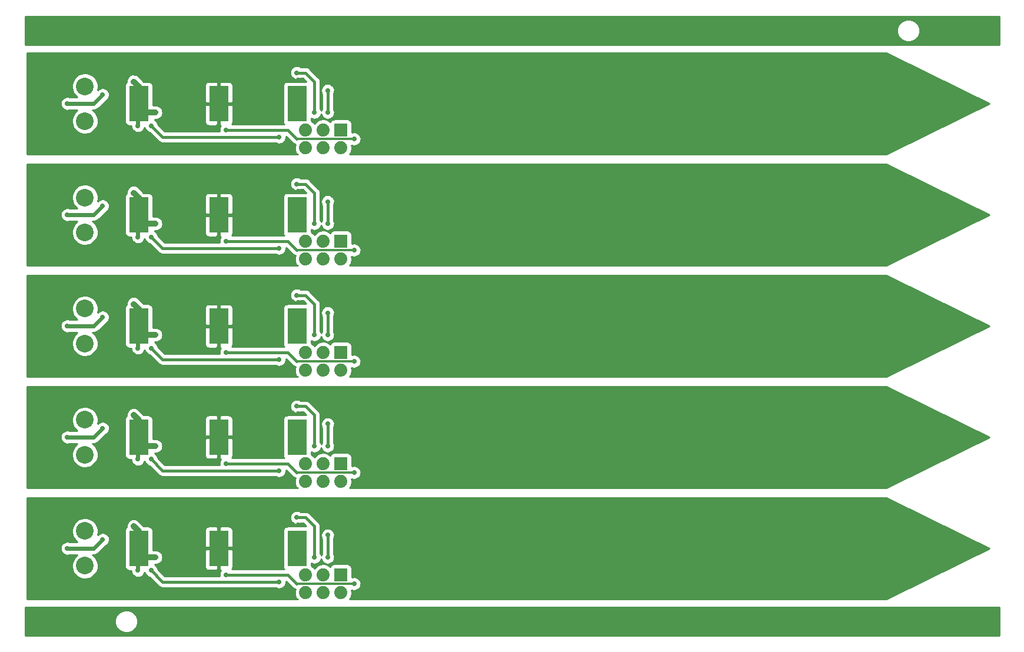
<source format=gbr>
G04 #@! TF.FileFunction,Copper,L2,Bot,Signal*
%FSLAX46Y46*%
G04 Gerber Fmt 4.6, Leading zero omitted, Abs format (unit mm)*
G04 Created by KiCad (PCBNEW (2015-09-30 BZR 6232)-product) date Fri 09 Oct 2015 11:18:26 AM EEST*
%MOMM*%
G01*
G04 APERTURE LIST*
%ADD10C,0.100000*%
%ADD11R,1.879600X1.879600*%
%ADD12C,1.879600*%
%ADD13C,2.540000*%
%ADD14R,2.790000X5.080000*%
%ADD15C,0.704800*%
%ADD16C,0.600000*%
%ADD17C,0.609600*%
%ADD18C,0.812800*%
%ADD19C,0.304800*%
%ADD20C,0.406400*%
%ADD21C,0.250000*%
%ADD22C,0.254000*%
G04 APERTURE END LIST*
D10*
D11*
X85871100Y-51811100D03*
D12*
X85871100Y-54351100D03*
X83331100Y-51811100D03*
X83331100Y-54351100D03*
X80791100Y-51811100D03*
X80791100Y-54351100D03*
D13*
X49041100Y-45501100D03*
X49041100Y-50501100D03*
D14*
X56781100Y-48001100D03*
X68291100Y-48001100D03*
X79541100Y-48001100D03*
D11*
X85871100Y-67811100D03*
D12*
X85871100Y-70351100D03*
X83331100Y-67811100D03*
X83331100Y-70351100D03*
X80791100Y-67811100D03*
X80791100Y-70351100D03*
D13*
X49041100Y-61501100D03*
X49041100Y-66501100D03*
D14*
X56781100Y-64001100D03*
X68291100Y-64001100D03*
X79541100Y-64001100D03*
D11*
X85871100Y-83811100D03*
D12*
X85871100Y-86351100D03*
X83331100Y-83811100D03*
X83331100Y-86351100D03*
X80791100Y-83811100D03*
X80791100Y-86351100D03*
D13*
X49041100Y-77501100D03*
X49041100Y-82501100D03*
D14*
X56781100Y-80001100D03*
X68291100Y-80001100D03*
X79541100Y-80001100D03*
D11*
X85871100Y-99811100D03*
D12*
X85871100Y-102351100D03*
X83331100Y-99811100D03*
X83331100Y-102351100D03*
X80791100Y-99811100D03*
X80791100Y-102351100D03*
D13*
X49041100Y-93501100D03*
X49041100Y-98501100D03*
D14*
X56781100Y-96001100D03*
X68291100Y-96001100D03*
X79541100Y-96001100D03*
D11*
X85871100Y-115811100D03*
D12*
X85871100Y-118351100D03*
X83331100Y-115811100D03*
X83331100Y-118351100D03*
X80791100Y-115811100D03*
X80791100Y-118351100D03*
D13*
X49041100Y-109501100D03*
X49041100Y-114501100D03*
D14*
X56781100Y-112001100D03*
X68291100Y-112001100D03*
X79541100Y-112001100D03*
D15*
X56026100Y-44826100D03*
X87776100Y-53081100D03*
X69361100Y-51811100D03*
X59201100Y-49271100D03*
X56661100Y-51176100D03*
X56026100Y-60826100D03*
X87776100Y-69081100D03*
X69361100Y-67811100D03*
X59201100Y-65271100D03*
X56661100Y-67176100D03*
X56026100Y-76826100D03*
X87776100Y-85081100D03*
X69361100Y-83811100D03*
X59201100Y-81271100D03*
X56661100Y-83176100D03*
X56026100Y-92826100D03*
X87776100Y-101081100D03*
X69361100Y-99811100D03*
X59201100Y-97271100D03*
X56661100Y-99176100D03*
X56026100Y-108826100D03*
X87776100Y-117081100D03*
X69361100Y-115811100D03*
X59201100Y-113271100D03*
X56661100Y-115176100D03*
D16*
X79750000Y-44500000D03*
X74250000Y-43250000D03*
X69750000Y-43500000D03*
X70500000Y-43500000D03*
X90500000Y-50000000D03*
X94500000Y-50000000D03*
X98500000Y-50000000D03*
X98500000Y-44000000D03*
X94500000Y-44000000D03*
X90500000Y-44000000D03*
X84000000Y-42250000D03*
X67500000Y-51500000D03*
X79750000Y-60500000D03*
X74250000Y-59250000D03*
X69750000Y-59500000D03*
X70500000Y-59500000D03*
X90500000Y-66000000D03*
X94500000Y-66000000D03*
X98500000Y-66000000D03*
X98500000Y-60000000D03*
X94500000Y-60000000D03*
X90500000Y-60000000D03*
X84000000Y-58250000D03*
X67500000Y-67500000D03*
X79750000Y-76500000D03*
X74250000Y-75250000D03*
X69750000Y-75500000D03*
X70500000Y-75500000D03*
X90500000Y-82000000D03*
X94500000Y-82000000D03*
X98500000Y-82000000D03*
X98500000Y-76000000D03*
X94500000Y-76000000D03*
X90500000Y-76000000D03*
X84000000Y-74250000D03*
X67500000Y-83500000D03*
X79750000Y-92500000D03*
X74250000Y-91250000D03*
X69750000Y-91500000D03*
X70500000Y-91500000D03*
X90500000Y-98000000D03*
X94500000Y-98000000D03*
X98500000Y-98000000D03*
X98500000Y-92000000D03*
X94500000Y-92000000D03*
X90500000Y-92000000D03*
X84000000Y-90250000D03*
X67500000Y-99500000D03*
X79750000Y-108500000D03*
X74250000Y-107250000D03*
X69750000Y-107500000D03*
X70500000Y-107500000D03*
X90500000Y-114000000D03*
X94500000Y-114000000D03*
X98500000Y-114000000D03*
X98500000Y-108000000D03*
X94500000Y-108000000D03*
X90500000Y-108000000D03*
X84000000Y-106250000D03*
X67500000Y-115500000D03*
D15*
X46501100Y-48001100D03*
X51581100Y-46731100D03*
X46501100Y-64001100D03*
X51581100Y-62731100D03*
X46501100Y-80001100D03*
X51581100Y-78731100D03*
X46501100Y-96001100D03*
X51581100Y-94731100D03*
X46501100Y-112001100D03*
X51581100Y-110731100D03*
X83966100Y-49271100D03*
X83966100Y-46096100D03*
X83966100Y-65271100D03*
X83966100Y-62096100D03*
X83966100Y-81271100D03*
X83966100Y-78096100D03*
X83966100Y-97271100D03*
X83966100Y-94096100D03*
X83966100Y-113271100D03*
X83966100Y-110096100D03*
X82061100Y-49271100D03*
X79521100Y-43556100D03*
X82061100Y-65271100D03*
X79521100Y-59556100D03*
X82061100Y-81271100D03*
X79521100Y-75556100D03*
X82061100Y-97271100D03*
X79521100Y-91556100D03*
X82061100Y-113271100D03*
X79521100Y-107556100D03*
X76981100Y-52827100D03*
X58566100Y-51176100D03*
X76981100Y-68827100D03*
X58566100Y-67176100D03*
X76981100Y-84827100D03*
X58566100Y-83176100D03*
X76981100Y-100827100D03*
X58566100Y-99176100D03*
X76981100Y-116827100D03*
X58566100Y-115176100D03*
D17*
X56781100Y-45581100D02*
X56781100Y-48001100D01*
D18*
X56026100Y-44826100D02*
X56781100Y-45581100D01*
D19*
X79521100Y-53081100D02*
X87776100Y-53081100D01*
D20*
X78251100Y-51811100D02*
X79521100Y-53081100D01*
X69361100Y-51811100D02*
X78251100Y-51811100D01*
D18*
X58071100Y-49271100D02*
X59201100Y-49271100D01*
D20*
X56781100Y-48001100D02*
X58071100Y-49271100D01*
D17*
X56661100Y-48101100D02*
X56661100Y-51176100D01*
X56781100Y-48001100D02*
X56661100Y-48101100D01*
X56781100Y-61581100D02*
X56781100Y-64001100D01*
D18*
X56026100Y-60826100D02*
X56781100Y-61581100D01*
D19*
X79521100Y-69081100D02*
X87776100Y-69081100D01*
D20*
X78251100Y-67811100D02*
X79521100Y-69081100D01*
X69361100Y-67811100D02*
X78251100Y-67811100D01*
D18*
X58071100Y-65271100D02*
X59201100Y-65271100D01*
D20*
X56781100Y-64001100D02*
X58071100Y-65271100D01*
D17*
X56661100Y-64101100D02*
X56661100Y-67176100D01*
X56781100Y-64001100D02*
X56661100Y-64101100D01*
X56781100Y-77581100D02*
X56781100Y-80001100D01*
D18*
X56026100Y-76826100D02*
X56781100Y-77581100D01*
D19*
X79521100Y-85081100D02*
X87776100Y-85081100D01*
D20*
X78251100Y-83811100D02*
X79521100Y-85081100D01*
X69361100Y-83811100D02*
X78251100Y-83811100D01*
D18*
X58071100Y-81271100D02*
X59201100Y-81271100D01*
D20*
X56781100Y-80001100D02*
X58071100Y-81271100D01*
D17*
X56661100Y-80101100D02*
X56661100Y-83176100D01*
X56781100Y-80001100D02*
X56661100Y-80101100D01*
X56781100Y-93581100D02*
X56781100Y-96001100D01*
D18*
X56026100Y-92826100D02*
X56781100Y-93581100D01*
D19*
X79521100Y-101081100D02*
X87776100Y-101081100D01*
D20*
X78251100Y-99811100D02*
X79521100Y-101081100D01*
X69361100Y-99811100D02*
X78251100Y-99811100D01*
D18*
X58071100Y-97271100D02*
X59201100Y-97271100D01*
D20*
X56781100Y-96001100D02*
X58071100Y-97271100D01*
D17*
X56661100Y-96101100D02*
X56661100Y-99176100D01*
X56781100Y-96001100D02*
X56661100Y-96101100D01*
X56781100Y-109581100D02*
X56781100Y-112001100D01*
D18*
X56026100Y-108826100D02*
X56781100Y-109581100D01*
D19*
X79521100Y-117081100D02*
X87776100Y-117081100D01*
D20*
X78251100Y-115811100D02*
X79521100Y-117081100D01*
X69361100Y-115811100D02*
X78251100Y-115811100D01*
D18*
X58071100Y-113271100D02*
X59201100Y-113271100D01*
D20*
X56781100Y-112001100D02*
X58071100Y-113271100D01*
D17*
X56661100Y-112101100D02*
X56661100Y-115176100D01*
X56781100Y-112001100D02*
X56661100Y-112101100D01*
D21*
X74250000Y-43250000D02*
X75500000Y-44500000D01*
X75500000Y-44500000D02*
X79750000Y-44500000D01*
X70500000Y-43500000D02*
X74000000Y-43500000D01*
X74000000Y-43500000D02*
X74250000Y-43250000D01*
X70500000Y-43500000D02*
X69750000Y-43500000D01*
X94500000Y-50000000D02*
X90500000Y-50000000D01*
X98500000Y-44000000D02*
X98500000Y-50000000D01*
X94500000Y-44000000D02*
X98500000Y-44000000D01*
X84000000Y-42250000D02*
X88750000Y-42250000D01*
X88750000Y-42250000D02*
X90500000Y-44000000D01*
X68291100Y-48001100D02*
X68291100Y-50791100D01*
X68291100Y-50791100D02*
X67582200Y-51500000D01*
X67582200Y-51500000D02*
X67500000Y-51500000D01*
X74250000Y-59250000D02*
X75500000Y-60500000D01*
X75500000Y-60500000D02*
X79750000Y-60500000D01*
X70500000Y-59500000D02*
X74000000Y-59500000D01*
X74000000Y-59500000D02*
X74250000Y-59250000D01*
X70500000Y-59500000D02*
X69750000Y-59500000D01*
X94500000Y-66000000D02*
X90500000Y-66000000D01*
X98500000Y-60000000D02*
X98500000Y-66000000D01*
X94500000Y-60000000D02*
X98500000Y-60000000D01*
X84000000Y-58250000D02*
X88750000Y-58250000D01*
X88750000Y-58250000D02*
X90500000Y-60000000D01*
X68291100Y-64001100D02*
X68291100Y-66791100D01*
X68291100Y-66791100D02*
X67582200Y-67500000D01*
X67582200Y-67500000D02*
X67500000Y-67500000D01*
X74250000Y-75250000D02*
X75500000Y-76500000D01*
X75500000Y-76500000D02*
X79750000Y-76500000D01*
X70500000Y-75500000D02*
X74000000Y-75500000D01*
X74000000Y-75500000D02*
X74250000Y-75250000D01*
X70500000Y-75500000D02*
X69750000Y-75500000D01*
X94500000Y-82000000D02*
X90500000Y-82000000D01*
X98500000Y-76000000D02*
X98500000Y-82000000D01*
X94500000Y-76000000D02*
X98500000Y-76000000D01*
X84000000Y-74250000D02*
X88750000Y-74250000D01*
X88750000Y-74250000D02*
X90500000Y-76000000D01*
X68291100Y-80001100D02*
X68291100Y-82791100D01*
X68291100Y-82791100D02*
X67582200Y-83500000D01*
X67582200Y-83500000D02*
X67500000Y-83500000D01*
X74250000Y-91250000D02*
X75500000Y-92500000D01*
X75500000Y-92500000D02*
X79750000Y-92500000D01*
X70500000Y-91500000D02*
X74000000Y-91500000D01*
X74000000Y-91500000D02*
X74250000Y-91250000D01*
X70500000Y-91500000D02*
X69750000Y-91500000D01*
X94500000Y-98000000D02*
X90500000Y-98000000D01*
X98500000Y-92000000D02*
X98500000Y-98000000D01*
X94500000Y-92000000D02*
X98500000Y-92000000D01*
X84000000Y-90250000D02*
X88750000Y-90250000D01*
X88750000Y-90250000D02*
X90500000Y-92000000D01*
X68291100Y-96001100D02*
X68291100Y-98791100D01*
X68291100Y-98791100D02*
X67582200Y-99500000D01*
X67582200Y-99500000D02*
X67500000Y-99500000D01*
X74250000Y-107250000D02*
X75500000Y-108500000D01*
X75500000Y-108500000D02*
X79750000Y-108500000D01*
X70500000Y-107500000D02*
X74000000Y-107500000D01*
X74000000Y-107500000D02*
X74250000Y-107250000D01*
X70500000Y-107500000D02*
X69750000Y-107500000D01*
X94500000Y-114000000D02*
X90500000Y-114000000D01*
X98500000Y-108000000D02*
X98500000Y-114000000D01*
X94500000Y-108000000D02*
X98500000Y-108000000D01*
X84000000Y-106250000D02*
X88750000Y-106250000D01*
X88750000Y-106250000D02*
X90500000Y-108000000D01*
X68291100Y-112001100D02*
X68291100Y-114791100D01*
X68291100Y-114791100D02*
X67582200Y-115500000D01*
X67582200Y-115500000D02*
X67500000Y-115500000D01*
D17*
X51581100Y-46731100D02*
X50311100Y-48001100D01*
X50311100Y-48001100D02*
X46501100Y-48001100D01*
X51581100Y-62731100D02*
X50311100Y-64001100D01*
X50311100Y-64001100D02*
X46501100Y-64001100D01*
X51581100Y-78731100D02*
X50311100Y-80001100D01*
X50311100Y-80001100D02*
X46501100Y-80001100D01*
X51581100Y-94731100D02*
X50311100Y-96001100D01*
X50311100Y-96001100D02*
X46501100Y-96001100D01*
X51581100Y-110731100D02*
X50311100Y-112001100D01*
X50311100Y-112001100D02*
X46501100Y-112001100D01*
D20*
X83966100Y-46096100D02*
X83966100Y-49271100D01*
X83966100Y-62096100D02*
X83966100Y-65271100D01*
X83966100Y-78096100D02*
X83966100Y-81271100D01*
X83966100Y-94096100D02*
X83966100Y-97271100D01*
X83966100Y-110096100D02*
X83966100Y-113271100D01*
X82061100Y-49271100D02*
X82061100Y-44826100D01*
X82061100Y-44826100D02*
X80791100Y-43556100D01*
X80791100Y-43556100D02*
X79521100Y-43556100D01*
X82061100Y-65271100D02*
X82061100Y-60826100D01*
X82061100Y-60826100D02*
X80791100Y-59556100D01*
X80791100Y-59556100D02*
X79521100Y-59556100D01*
X82061100Y-81271100D02*
X82061100Y-76826100D01*
X82061100Y-76826100D02*
X80791100Y-75556100D01*
X80791100Y-75556100D02*
X79521100Y-75556100D01*
X82061100Y-97271100D02*
X82061100Y-92826100D01*
X82061100Y-92826100D02*
X80791100Y-91556100D01*
X80791100Y-91556100D02*
X79521100Y-91556100D01*
X82061100Y-113271100D02*
X82061100Y-108826100D01*
X82061100Y-108826100D02*
X80791100Y-107556100D01*
X80791100Y-107556100D02*
X79521100Y-107556100D01*
X60217100Y-52827100D02*
X76981100Y-52827100D01*
X58566100Y-51176100D02*
X60217100Y-52827100D01*
X60217100Y-68827100D02*
X76981100Y-68827100D01*
X58566100Y-67176100D02*
X60217100Y-68827100D01*
X60217100Y-84827100D02*
X76981100Y-84827100D01*
X58566100Y-83176100D02*
X60217100Y-84827100D01*
X60217100Y-100827100D02*
X76981100Y-100827100D01*
X58566100Y-99176100D02*
X60217100Y-100827100D01*
X60217100Y-116827100D02*
X76981100Y-116827100D01*
X58566100Y-115176100D02*
X60217100Y-116827100D01*
D22*
G36*
X179142517Y-48000000D02*
X164334704Y-55290000D01*
X87136060Y-55290000D01*
X87247006Y-55132723D01*
X87372620Y-54850589D01*
X87441042Y-54549430D01*
X87445968Y-54196683D01*
X87406465Y-53997178D01*
X87469500Y-54024717D01*
X87658622Y-54066299D01*
X87852219Y-54070354D01*
X88042916Y-54036729D01*
X88223451Y-53966704D01*
X88386946Y-53862947D01*
X88527174Y-53729410D01*
X88638794Y-53571178D01*
X88717554Y-53394280D01*
X88760454Y-53205453D01*
X88763543Y-52984280D01*
X88725931Y-52794329D01*
X88652141Y-52615301D01*
X88544983Y-52454014D01*
X88408538Y-52316614D01*
X88248004Y-52208332D01*
X88069495Y-52133294D01*
X87879811Y-52094357D01*
X87686176Y-52093005D01*
X87495967Y-52129290D01*
X87448972Y-52148277D01*
X87448972Y-50871300D01*
X87440908Y-50770179D01*
X87387794Y-50598666D01*
X87289000Y-50448741D01*
X87152350Y-50332275D01*
X86988663Y-50258490D01*
X86810900Y-50233228D01*
X84931300Y-50233228D01*
X84830179Y-50241292D01*
X84658666Y-50294406D01*
X84508741Y-50393200D01*
X84392275Y-50529850D01*
X84356669Y-50608839D01*
X84339772Y-50591824D01*
X84083737Y-50419127D01*
X83799034Y-50299448D01*
X83496508Y-50237349D01*
X83187681Y-50235193D01*
X82884317Y-50293062D01*
X82597971Y-50408754D01*
X82339550Y-50577860D01*
X82118896Y-50793940D01*
X82061637Y-50877564D01*
X82017388Y-50810964D01*
X81799772Y-50591824D01*
X81574172Y-50439656D01*
X81574172Y-50135190D01*
X81577056Y-50137194D01*
X81754500Y-50214717D01*
X81943622Y-50256299D01*
X82137219Y-50260354D01*
X82327916Y-50226729D01*
X82508451Y-50156704D01*
X82671946Y-50052947D01*
X82812174Y-49919410D01*
X82923794Y-49761178D01*
X83002554Y-49584280D01*
X83012007Y-49542673D01*
X83012357Y-49544581D01*
X83083641Y-49724623D01*
X83188537Y-49887389D01*
X83323050Y-50026682D01*
X83482056Y-50137194D01*
X83659500Y-50214717D01*
X83848622Y-50256299D01*
X84042219Y-50260354D01*
X84232916Y-50226729D01*
X84413451Y-50156704D01*
X84576946Y-50052947D01*
X84717174Y-49919410D01*
X84828794Y-49761178D01*
X84907554Y-49584280D01*
X84950454Y-49395453D01*
X84953543Y-49174280D01*
X84915931Y-48984329D01*
X84842141Y-48805301D01*
X84804300Y-48748345D01*
X84804300Y-46620901D01*
X84828794Y-46586178D01*
X84907554Y-46409280D01*
X84950454Y-46220453D01*
X84953543Y-45999280D01*
X84915931Y-45809329D01*
X84842141Y-45630301D01*
X84734983Y-45469014D01*
X84598538Y-45331614D01*
X84438004Y-45223332D01*
X84259495Y-45148294D01*
X84069811Y-45109357D01*
X83876176Y-45108005D01*
X83685967Y-45144290D01*
X83506428Y-45216828D01*
X83344397Y-45322858D01*
X83206048Y-45458340D01*
X83096648Y-45618115D01*
X83020365Y-45796095D01*
X82980105Y-45985503D01*
X82977402Y-46179123D01*
X83012357Y-46369581D01*
X83083641Y-46549623D01*
X83127900Y-46618299D01*
X83127900Y-48747473D01*
X83096648Y-48793115D01*
X83020365Y-48971095D01*
X83014124Y-49000456D01*
X83010931Y-48984329D01*
X82937141Y-48805301D01*
X82899300Y-48748345D01*
X82899300Y-44826100D01*
X82891741Y-44749006D01*
X82884996Y-44671912D01*
X82883767Y-44667683D01*
X82883337Y-44663293D01*
X82860946Y-44589130D01*
X82839356Y-44514819D01*
X82837328Y-44510906D01*
X82836054Y-44506687D01*
X82799699Y-44438312D01*
X82764074Y-44369584D01*
X82761325Y-44366141D01*
X82759255Y-44362247D01*
X82710308Y-44302233D01*
X82662014Y-44241736D01*
X82655962Y-44235598D01*
X82655862Y-44235476D01*
X82655749Y-44235382D01*
X82653797Y-44233403D01*
X81383797Y-42963403D01*
X81323959Y-42914252D01*
X81264655Y-42864490D01*
X81260794Y-42862367D01*
X81257387Y-42859569D01*
X81189169Y-42822991D01*
X81121302Y-42785681D01*
X81117098Y-42784347D01*
X81113216Y-42782266D01*
X81039158Y-42759623D01*
X80965372Y-42736217D01*
X80960997Y-42735726D01*
X80956777Y-42734436D01*
X80879721Y-42726610D01*
X80802803Y-42717982D01*
X80794179Y-42717922D01*
X80794026Y-42717906D01*
X80793883Y-42717920D01*
X80791100Y-42717900D01*
X80044253Y-42717900D01*
X79993004Y-42683332D01*
X79814495Y-42608294D01*
X79624811Y-42569357D01*
X79431176Y-42568005D01*
X79240967Y-42604290D01*
X79061428Y-42676828D01*
X78899397Y-42782858D01*
X78761048Y-42918340D01*
X78651648Y-43078115D01*
X78575365Y-43256095D01*
X78535105Y-43445503D01*
X78532402Y-43639123D01*
X78567357Y-43829581D01*
X78638641Y-44009623D01*
X78743537Y-44172389D01*
X78878050Y-44311682D01*
X79037056Y-44422194D01*
X79214500Y-44499717D01*
X79403622Y-44541299D01*
X79597219Y-44545354D01*
X79787916Y-44511729D01*
X79968451Y-44441704D01*
X80043148Y-44394300D01*
X80443906Y-44394300D01*
X80872634Y-44823028D01*
X78146100Y-44823028D01*
X78044979Y-44831092D01*
X77873466Y-44884206D01*
X77723541Y-44983000D01*
X77607075Y-45119650D01*
X77533290Y-45283337D01*
X77508028Y-45461100D01*
X77508028Y-50541100D01*
X77516092Y-50642221D01*
X77569206Y-50813734D01*
X77668000Y-50963659D01*
X77678843Y-50972900D01*
X70152326Y-50972900D01*
X70179337Y-50945889D01*
X70248830Y-50841885D01*
X70296697Y-50726323D01*
X70321100Y-50603642D01*
X70321100Y-48286850D01*
X70162350Y-48128100D01*
X68418100Y-48128100D01*
X68418100Y-51017350D01*
X68576850Y-51176100D01*
X68599158Y-51176100D01*
X68491648Y-51333115D01*
X68415365Y-51511095D01*
X68375105Y-51700503D01*
X68372402Y-51894123D01*
X68389797Y-51988900D01*
X60564294Y-51988900D01*
X59528574Y-50953180D01*
X59515931Y-50889329D01*
X59442141Y-50710301D01*
X59334983Y-50549014D01*
X59198538Y-50411614D01*
X59051596Y-50312500D01*
X59201100Y-50312500D01*
X59403376Y-50292667D01*
X59597947Y-50233922D01*
X59777402Y-50138504D01*
X59934906Y-50010047D01*
X60064460Y-49853443D01*
X60161128Y-49674659D01*
X60221230Y-49480503D01*
X60242475Y-49278370D01*
X60224054Y-49075961D01*
X60166669Y-48880985D01*
X60072506Y-48700868D01*
X59945152Y-48542471D01*
X59789457Y-48411827D01*
X59611351Y-48313912D01*
X59526041Y-48286850D01*
X66261100Y-48286850D01*
X66261100Y-50603642D01*
X66285503Y-50726323D01*
X66333370Y-50841885D01*
X66402863Y-50945889D01*
X66491311Y-51034337D01*
X66595315Y-51103830D01*
X66710877Y-51151697D01*
X66833558Y-51176100D01*
X68005350Y-51176100D01*
X68164100Y-51017350D01*
X68164100Y-48128100D01*
X66419850Y-48128100D01*
X66261100Y-48286850D01*
X59526041Y-48286850D01*
X59417619Y-48252457D01*
X59215640Y-48229802D01*
X59201100Y-48229700D01*
X58814172Y-48229700D01*
X58814172Y-45461100D01*
X58809185Y-45398558D01*
X66261100Y-45398558D01*
X66261100Y-47715350D01*
X66419850Y-47874100D01*
X68164100Y-47874100D01*
X68164100Y-44984850D01*
X68418100Y-44984850D01*
X68418100Y-47874100D01*
X70162350Y-47874100D01*
X70321100Y-47715350D01*
X70321100Y-45398558D01*
X70296697Y-45275877D01*
X70248830Y-45160315D01*
X70179337Y-45056311D01*
X70090889Y-44967863D01*
X69986885Y-44898370D01*
X69871323Y-44850503D01*
X69748642Y-44826100D01*
X68576850Y-44826100D01*
X68418100Y-44984850D01*
X68164100Y-44984850D01*
X68005350Y-44826100D01*
X66833558Y-44826100D01*
X66710877Y-44850503D01*
X66595315Y-44898370D01*
X66491311Y-44967863D01*
X66402863Y-45056311D01*
X66333370Y-45160315D01*
X66285503Y-45275877D01*
X66261100Y-45398558D01*
X58809185Y-45398558D01*
X58806108Y-45359979D01*
X58752994Y-45188466D01*
X58654200Y-45038541D01*
X58517550Y-44922075D01*
X58353863Y-44848290D01*
X58176100Y-44823028D01*
X57495790Y-44823028D01*
X56762481Y-44089719D01*
X56605426Y-43960712D01*
X56426305Y-43864669D01*
X56231940Y-43805246D01*
X56029735Y-43784706D01*
X55827391Y-43803834D01*
X55632617Y-43861898D01*
X55452829Y-43956689D01*
X55294877Y-44084596D01*
X55164778Y-44240746D01*
X55067487Y-44419193D01*
X55006708Y-44613138D01*
X54984757Y-44815194D01*
X54997481Y-44960635D01*
X54963541Y-44983000D01*
X54847075Y-45119650D01*
X54773290Y-45283337D01*
X54748028Y-45461100D01*
X54748028Y-50541100D01*
X54756092Y-50642221D01*
X54809206Y-50813734D01*
X54908000Y-50963659D01*
X55044650Y-51080125D01*
X55208337Y-51153910D01*
X55386100Y-51179172D01*
X55673518Y-51179172D01*
X55672402Y-51259123D01*
X55707357Y-51449581D01*
X55778641Y-51629623D01*
X55883537Y-51792389D01*
X56018050Y-51931682D01*
X56177056Y-52042194D01*
X56354500Y-52119717D01*
X56543622Y-52161299D01*
X56737219Y-52165354D01*
X56927916Y-52131729D01*
X57108451Y-52061704D01*
X57271946Y-51957947D01*
X57412174Y-51824410D01*
X57523794Y-51666178D01*
X57602554Y-51489280D01*
X57612007Y-51447673D01*
X57612357Y-51449581D01*
X57683641Y-51629623D01*
X57788537Y-51792389D01*
X57923050Y-51931682D01*
X58082056Y-52042194D01*
X58259500Y-52119717D01*
X58342592Y-52137986D01*
X59624403Y-53419797D01*
X59684268Y-53468971D01*
X59743545Y-53518710D01*
X59747403Y-53520831D01*
X59750813Y-53523632D01*
X59819104Y-53560249D01*
X59886898Y-53597519D01*
X59891098Y-53598851D01*
X59894984Y-53600935D01*
X59969075Y-53623587D01*
X60042828Y-53646983D01*
X60047204Y-53647474D01*
X60051424Y-53648764D01*
X60128519Y-53656595D01*
X60205397Y-53665218D01*
X60214010Y-53665278D01*
X60214174Y-53665295D01*
X60214327Y-53665281D01*
X60217100Y-53665300D01*
X76456922Y-53665300D01*
X76497056Y-53693194D01*
X76674500Y-53770717D01*
X76863622Y-53812299D01*
X77057219Y-53816354D01*
X77247916Y-53782729D01*
X77428451Y-53712704D01*
X77591946Y-53608947D01*
X77732174Y-53475410D01*
X77843794Y-53317178D01*
X77922554Y-53140280D01*
X77965454Y-52951453D01*
X77968543Y-52730280D01*
X77964508Y-52709902D01*
X78928403Y-53673797D01*
X79054812Y-53777631D01*
X79198984Y-53854934D01*
X79285960Y-53881526D01*
X79227719Y-54106375D01*
X79210016Y-54416077D01*
X79253073Y-54723284D01*
X79355235Y-55016186D01*
X79440377Y-55175477D01*
X79698622Y-55263970D01*
X79672592Y-55290000D01*
X40710000Y-55290000D01*
X40710000Y-48084123D01*
X45512402Y-48084123D01*
X45547357Y-48274581D01*
X45618641Y-48454623D01*
X45723537Y-48617389D01*
X45858050Y-48756682D01*
X46017056Y-48867194D01*
X46194500Y-48944717D01*
X46383622Y-48986299D01*
X46577219Y-48990354D01*
X46767916Y-48956729D01*
X46808726Y-48940900D01*
X47946137Y-48940900D01*
X47841644Y-49009278D01*
X47574725Y-49270665D01*
X47363659Y-49578919D01*
X47216486Y-49922298D01*
X47138813Y-50287724D01*
X47133596Y-50661278D01*
X47201037Y-51028730D01*
X47338564Y-51376085D01*
X47540941Y-51690112D01*
X47800458Y-51958850D01*
X48107231Y-52172062D01*
X48449574Y-52321629D01*
X48814449Y-52401851D01*
X49187957Y-52409675D01*
X49555871Y-52344802D01*
X49904177Y-52209703D01*
X50219610Y-52009524D01*
X50490153Y-51751889D01*
X50705502Y-51446612D01*
X50857455Y-51105321D01*
X50940223Y-50741015D01*
X50946181Y-50314305D01*
X50873617Y-49947830D01*
X50731253Y-49602430D01*
X50524512Y-49291259D01*
X50261268Y-49026170D01*
X50134850Y-48940900D01*
X50311100Y-48940900D01*
X50397510Y-48932428D01*
X50483978Y-48924863D01*
X50488724Y-48923484D01*
X50493641Y-48923002D01*
X50576727Y-48897916D01*
X50660111Y-48873691D01*
X50664499Y-48871416D01*
X50669230Y-48869988D01*
X50745873Y-48829236D01*
X50822952Y-48789282D01*
X50826815Y-48786199D01*
X50831177Y-48783879D01*
X50898454Y-48729010D01*
X50966295Y-48674853D01*
X50973172Y-48668071D01*
X50973315Y-48667955D01*
X50973424Y-48667823D01*
X50975639Y-48665639D01*
X52022117Y-47619161D01*
X52028451Y-47616704D01*
X52191946Y-47512947D01*
X52332174Y-47379410D01*
X52443794Y-47221178D01*
X52522554Y-47044280D01*
X52565454Y-46855453D01*
X52568543Y-46634280D01*
X52530931Y-46444329D01*
X52457141Y-46265301D01*
X52349983Y-46104014D01*
X52213538Y-45966614D01*
X52053004Y-45858332D01*
X51874495Y-45783294D01*
X51684811Y-45744357D01*
X51491176Y-45743005D01*
X51300967Y-45779290D01*
X51121428Y-45851828D01*
X50959397Y-45957858D01*
X50871374Y-46044057D01*
X50940223Y-45741015D01*
X50946181Y-45314305D01*
X50873617Y-44947830D01*
X50731253Y-44602430D01*
X50524512Y-44291259D01*
X50261268Y-44026170D01*
X49951548Y-43817262D01*
X49607149Y-43672490D01*
X49241190Y-43597369D01*
X48867610Y-43594761D01*
X48500637Y-43664765D01*
X48154251Y-43804714D01*
X47841644Y-44009278D01*
X47574725Y-44270665D01*
X47363659Y-44578919D01*
X47216486Y-44922298D01*
X47138813Y-45287724D01*
X47133596Y-45661278D01*
X47201037Y-46028730D01*
X47338564Y-46376085D01*
X47540941Y-46690112D01*
X47800458Y-46958850D01*
X47947865Y-47061300D01*
X46813541Y-47061300D01*
X46794495Y-47053294D01*
X46604811Y-47014357D01*
X46411176Y-47013005D01*
X46220967Y-47049290D01*
X46041428Y-47121828D01*
X45879397Y-47227858D01*
X45741048Y-47363340D01*
X45631648Y-47523115D01*
X45555365Y-47701095D01*
X45515105Y-47890503D01*
X45512402Y-48084123D01*
X40710000Y-48084123D01*
X40710000Y-40710000D01*
X164334704Y-40710000D01*
X179142517Y-48000000D01*
X179142517Y-48000000D01*
G37*
X179142517Y-48000000D02*
X164334704Y-55290000D01*
X87136060Y-55290000D01*
X87247006Y-55132723D01*
X87372620Y-54850589D01*
X87441042Y-54549430D01*
X87445968Y-54196683D01*
X87406465Y-53997178D01*
X87469500Y-54024717D01*
X87658622Y-54066299D01*
X87852219Y-54070354D01*
X88042916Y-54036729D01*
X88223451Y-53966704D01*
X88386946Y-53862947D01*
X88527174Y-53729410D01*
X88638794Y-53571178D01*
X88717554Y-53394280D01*
X88760454Y-53205453D01*
X88763543Y-52984280D01*
X88725931Y-52794329D01*
X88652141Y-52615301D01*
X88544983Y-52454014D01*
X88408538Y-52316614D01*
X88248004Y-52208332D01*
X88069495Y-52133294D01*
X87879811Y-52094357D01*
X87686176Y-52093005D01*
X87495967Y-52129290D01*
X87448972Y-52148277D01*
X87448972Y-50871300D01*
X87440908Y-50770179D01*
X87387794Y-50598666D01*
X87289000Y-50448741D01*
X87152350Y-50332275D01*
X86988663Y-50258490D01*
X86810900Y-50233228D01*
X84931300Y-50233228D01*
X84830179Y-50241292D01*
X84658666Y-50294406D01*
X84508741Y-50393200D01*
X84392275Y-50529850D01*
X84356669Y-50608839D01*
X84339772Y-50591824D01*
X84083737Y-50419127D01*
X83799034Y-50299448D01*
X83496508Y-50237349D01*
X83187681Y-50235193D01*
X82884317Y-50293062D01*
X82597971Y-50408754D01*
X82339550Y-50577860D01*
X82118896Y-50793940D01*
X82061637Y-50877564D01*
X82017388Y-50810964D01*
X81799772Y-50591824D01*
X81574172Y-50439656D01*
X81574172Y-50135190D01*
X81577056Y-50137194D01*
X81754500Y-50214717D01*
X81943622Y-50256299D01*
X82137219Y-50260354D01*
X82327916Y-50226729D01*
X82508451Y-50156704D01*
X82671946Y-50052947D01*
X82812174Y-49919410D01*
X82923794Y-49761178D01*
X83002554Y-49584280D01*
X83012007Y-49542673D01*
X83012357Y-49544581D01*
X83083641Y-49724623D01*
X83188537Y-49887389D01*
X83323050Y-50026682D01*
X83482056Y-50137194D01*
X83659500Y-50214717D01*
X83848622Y-50256299D01*
X84042219Y-50260354D01*
X84232916Y-50226729D01*
X84413451Y-50156704D01*
X84576946Y-50052947D01*
X84717174Y-49919410D01*
X84828794Y-49761178D01*
X84907554Y-49584280D01*
X84950454Y-49395453D01*
X84953543Y-49174280D01*
X84915931Y-48984329D01*
X84842141Y-48805301D01*
X84804300Y-48748345D01*
X84804300Y-46620901D01*
X84828794Y-46586178D01*
X84907554Y-46409280D01*
X84950454Y-46220453D01*
X84953543Y-45999280D01*
X84915931Y-45809329D01*
X84842141Y-45630301D01*
X84734983Y-45469014D01*
X84598538Y-45331614D01*
X84438004Y-45223332D01*
X84259495Y-45148294D01*
X84069811Y-45109357D01*
X83876176Y-45108005D01*
X83685967Y-45144290D01*
X83506428Y-45216828D01*
X83344397Y-45322858D01*
X83206048Y-45458340D01*
X83096648Y-45618115D01*
X83020365Y-45796095D01*
X82980105Y-45985503D01*
X82977402Y-46179123D01*
X83012357Y-46369581D01*
X83083641Y-46549623D01*
X83127900Y-46618299D01*
X83127900Y-48747473D01*
X83096648Y-48793115D01*
X83020365Y-48971095D01*
X83014124Y-49000456D01*
X83010931Y-48984329D01*
X82937141Y-48805301D01*
X82899300Y-48748345D01*
X82899300Y-44826100D01*
X82891741Y-44749006D01*
X82884996Y-44671912D01*
X82883767Y-44667683D01*
X82883337Y-44663293D01*
X82860946Y-44589130D01*
X82839356Y-44514819D01*
X82837328Y-44510906D01*
X82836054Y-44506687D01*
X82799699Y-44438312D01*
X82764074Y-44369584D01*
X82761325Y-44366141D01*
X82759255Y-44362247D01*
X82710308Y-44302233D01*
X82662014Y-44241736D01*
X82655962Y-44235598D01*
X82655862Y-44235476D01*
X82655749Y-44235382D01*
X82653797Y-44233403D01*
X81383797Y-42963403D01*
X81323959Y-42914252D01*
X81264655Y-42864490D01*
X81260794Y-42862367D01*
X81257387Y-42859569D01*
X81189169Y-42822991D01*
X81121302Y-42785681D01*
X81117098Y-42784347D01*
X81113216Y-42782266D01*
X81039158Y-42759623D01*
X80965372Y-42736217D01*
X80960997Y-42735726D01*
X80956777Y-42734436D01*
X80879721Y-42726610D01*
X80802803Y-42717982D01*
X80794179Y-42717922D01*
X80794026Y-42717906D01*
X80793883Y-42717920D01*
X80791100Y-42717900D01*
X80044253Y-42717900D01*
X79993004Y-42683332D01*
X79814495Y-42608294D01*
X79624811Y-42569357D01*
X79431176Y-42568005D01*
X79240967Y-42604290D01*
X79061428Y-42676828D01*
X78899397Y-42782858D01*
X78761048Y-42918340D01*
X78651648Y-43078115D01*
X78575365Y-43256095D01*
X78535105Y-43445503D01*
X78532402Y-43639123D01*
X78567357Y-43829581D01*
X78638641Y-44009623D01*
X78743537Y-44172389D01*
X78878050Y-44311682D01*
X79037056Y-44422194D01*
X79214500Y-44499717D01*
X79403622Y-44541299D01*
X79597219Y-44545354D01*
X79787916Y-44511729D01*
X79968451Y-44441704D01*
X80043148Y-44394300D01*
X80443906Y-44394300D01*
X80872634Y-44823028D01*
X78146100Y-44823028D01*
X78044979Y-44831092D01*
X77873466Y-44884206D01*
X77723541Y-44983000D01*
X77607075Y-45119650D01*
X77533290Y-45283337D01*
X77508028Y-45461100D01*
X77508028Y-50541100D01*
X77516092Y-50642221D01*
X77569206Y-50813734D01*
X77668000Y-50963659D01*
X77678843Y-50972900D01*
X70152326Y-50972900D01*
X70179337Y-50945889D01*
X70248830Y-50841885D01*
X70296697Y-50726323D01*
X70321100Y-50603642D01*
X70321100Y-48286850D01*
X70162350Y-48128100D01*
X68418100Y-48128100D01*
X68418100Y-51017350D01*
X68576850Y-51176100D01*
X68599158Y-51176100D01*
X68491648Y-51333115D01*
X68415365Y-51511095D01*
X68375105Y-51700503D01*
X68372402Y-51894123D01*
X68389797Y-51988900D01*
X60564294Y-51988900D01*
X59528574Y-50953180D01*
X59515931Y-50889329D01*
X59442141Y-50710301D01*
X59334983Y-50549014D01*
X59198538Y-50411614D01*
X59051596Y-50312500D01*
X59201100Y-50312500D01*
X59403376Y-50292667D01*
X59597947Y-50233922D01*
X59777402Y-50138504D01*
X59934906Y-50010047D01*
X60064460Y-49853443D01*
X60161128Y-49674659D01*
X60221230Y-49480503D01*
X60242475Y-49278370D01*
X60224054Y-49075961D01*
X60166669Y-48880985D01*
X60072506Y-48700868D01*
X59945152Y-48542471D01*
X59789457Y-48411827D01*
X59611351Y-48313912D01*
X59526041Y-48286850D01*
X66261100Y-48286850D01*
X66261100Y-50603642D01*
X66285503Y-50726323D01*
X66333370Y-50841885D01*
X66402863Y-50945889D01*
X66491311Y-51034337D01*
X66595315Y-51103830D01*
X66710877Y-51151697D01*
X66833558Y-51176100D01*
X68005350Y-51176100D01*
X68164100Y-51017350D01*
X68164100Y-48128100D01*
X66419850Y-48128100D01*
X66261100Y-48286850D01*
X59526041Y-48286850D01*
X59417619Y-48252457D01*
X59215640Y-48229802D01*
X59201100Y-48229700D01*
X58814172Y-48229700D01*
X58814172Y-45461100D01*
X58809185Y-45398558D01*
X66261100Y-45398558D01*
X66261100Y-47715350D01*
X66419850Y-47874100D01*
X68164100Y-47874100D01*
X68164100Y-44984850D01*
X68418100Y-44984850D01*
X68418100Y-47874100D01*
X70162350Y-47874100D01*
X70321100Y-47715350D01*
X70321100Y-45398558D01*
X70296697Y-45275877D01*
X70248830Y-45160315D01*
X70179337Y-45056311D01*
X70090889Y-44967863D01*
X69986885Y-44898370D01*
X69871323Y-44850503D01*
X69748642Y-44826100D01*
X68576850Y-44826100D01*
X68418100Y-44984850D01*
X68164100Y-44984850D01*
X68005350Y-44826100D01*
X66833558Y-44826100D01*
X66710877Y-44850503D01*
X66595315Y-44898370D01*
X66491311Y-44967863D01*
X66402863Y-45056311D01*
X66333370Y-45160315D01*
X66285503Y-45275877D01*
X66261100Y-45398558D01*
X58809185Y-45398558D01*
X58806108Y-45359979D01*
X58752994Y-45188466D01*
X58654200Y-45038541D01*
X58517550Y-44922075D01*
X58353863Y-44848290D01*
X58176100Y-44823028D01*
X57495790Y-44823028D01*
X56762481Y-44089719D01*
X56605426Y-43960712D01*
X56426305Y-43864669D01*
X56231940Y-43805246D01*
X56029735Y-43784706D01*
X55827391Y-43803834D01*
X55632617Y-43861898D01*
X55452829Y-43956689D01*
X55294877Y-44084596D01*
X55164778Y-44240746D01*
X55067487Y-44419193D01*
X55006708Y-44613138D01*
X54984757Y-44815194D01*
X54997481Y-44960635D01*
X54963541Y-44983000D01*
X54847075Y-45119650D01*
X54773290Y-45283337D01*
X54748028Y-45461100D01*
X54748028Y-50541100D01*
X54756092Y-50642221D01*
X54809206Y-50813734D01*
X54908000Y-50963659D01*
X55044650Y-51080125D01*
X55208337Y-51153910D01*
X55386100Y-51179172D01*
X55673518Y-51179172D01*
X55672402Y-51259123D01*
X55707357Y-51449581D01*
X55778641Y-51629623D01*
X55883537Y-51792389D01*
X56018050Y-51931682D01*
X56177056Y-52042194D01*
X56354500Y-52119717D01*
X56543622Y-52161299D01*
X56737219Y-52165354D01*
X56927916Y-52131729D01*
X57108451Y-52061704D01*
X57271946Y-51957947D01*
X57412174Y-51824410D01*
X57523794Y-51666178D01*
X57602554Y-51489280D01*
X57612007Y-51447673D01*
X57612357Y-51449581D01*
X57683641Y-51629623D01*
X57788537Y-51792389D01*
X57923050Y-51931682D01*
X58082056Y-52042194D01*
X58259500Y-52119717D01*
X58342592Y-52137986D01*
X59624403Y-53419797D01*
X59684268Y-53468971D01*
X59743545Y-53518710D01*
X59747403Y-53520831D01*
X59750813Y-53523632D01*
X59819104Y-53560249D01*
X59886898Y-53597519D01*
X59891098Y-53598851D01*
X59894984Y-53600935D01*
X59969075Y-53623587D01*
X60042828Y-53646983D01*
X60047204Y-53647474D01*
X60051424Y-53648764D01*
X60128519Y-53656595D01*
X60205397Y-53665218D01*
X60214010Y-53665278D01*
X60214174Y-53665295D01*
X60214327Y-53665281D01*
X60217100Y-53665300D01*
X76456922Y-53665300D01*
X76497056Y-53693194D01*
X76674500Y-53770717D01*
X76863622Y-53812299D01*
X77057219Y-53816354D01*
X77247916Y-53782729D01*
X77428451Y-53712704D01*
X77591946Y-53608947D01*
X77732174Y-53475410D01*
X77843794Y-53317178D01*
X77922554Y-53140280D01*
X77965454Y-52951453D01*
X77968543Y-52730280D01*
X77964508Y-52709902D01*
X78928403Y-53673797D01*
X79054812Y-53777631D01*
X79198984Y-53854934D01*
X79285960Y-53881526D01*
X79227719Y-54106375D01*
X79210016Y-54416077D01*
X79253073Y-54723284D01*
X79355235Y-55016186D01*
X79440377Y-55175477D01*
X79698622Y-55263970D01*
X79672592Y-55290000D01*
X40710000Y-55290000D01*
X40710000Y-48084123D01*
X45512402Y-48084123D01*
X45547357Y-48274581D01*
X45618641Y-48454623D01*
X45723537Y-48617389D01*
X45858050Y-48756682D01*
X46017056Y-48867194D01*
X46194500Y-48944717D01*
X46383622Y-48986299D01*
X46577219Y-48990354D01*
X46767916Y-48956729D01*
X46808726Y-48940900D01*
X47946137Y-48940900D01*
X47841644Y-49009278D01*
X47574725Y-49270665D01*
X47363659Y-49578919D01*
X47216486Y-49922298D01*
X47138813Y-50287724D01*
X47133596Y-50661278D01*
X47201037Y-51028730D01*
X47338564Y-51376085D01*
X47540941Y-51690112D01*
X47800458Y-51958850D01*
X48107231Y-52172062D01*
X48449574Y-52321629D01*
X48814449Y-52401851D01*
X49187957Y-52409675D01*
X49555871Y-52344802D01*
X49904177Y-52209703D01*
X50219610Y-52009524D01*
X50490153Y-51751889D01*
X50705502Y-51446612D01*
X50857455Y-51105321D01*
X50940223Y-50741015D01*
X50946181Y-50314305D01*
X50873617Y-49947830D01*
X50731253Y-49602430D01*
X50524512Y-49291259D01*
X50261268Y-49026170D01*
X50134850Y-48940900D01*
X50311100Y-48940900D01*
X50397510Y-48932428D01*
X50483978Y-48924863D01*
X50488724Y-48923484D01*
X50493641Y-48923002D01*
X50576727Y-48897916D01*
X50660111Y-48873691D01*
X50664499Y-48871416D01*
X50669230Y-48869988D01*
X50745873Y-48829236D01*
X50822952Y-48789282D01*
X50826815Y-48786199D01*
X50831177Y-48783879D01*
X50898454Y-48729010D01*
X50966295Y-48674853D01*
X50973172Y-48668071D01*
X50973315Y-48667955D01*
X50973424Y-48667823D01*
X50975639Y-48665639D01*
X52022117Y-47619161D01*
X52028451Y-47616704D01*
X52191946Y-47512947D01*
X52332174Y-47379410D01*
X52443794Y-47221178D01*
X52522554Y-47044280D01*
X52565454Y-46855453D01*
X52568543Y-46634280D01*
X52530931Y-46444329D01*
X52457141Y-46265301D01*
X52349983Y-46104014D01*
X52213538Y-45966614D01*
X52053004Y-45858332D01*
X51874495Y-45783294D01*
X51684811Y-45744357D01*
X51491176Y-45743005D01*
X51300967Y-45779290D01*
X51121428Y-45851828D01*
X50959397Y-45957858D01*
X50871374Y-46044057D01*
X50940223Y-45741015D01*
X50946181Y-45314305D01*
X50873617Y-44947830D01*
X50731253Y-44602430D01*
X50524512Y-44291259D01*
X50261268Y-44026170D01*
X49951548Y-43817262D01*
X49607149Y-43672490D01*
X49241190Y-43597369D01*
X48867610Y-43594761D01*
X48500637Y-43664765D01*
X48154251Y-43804714D01*
X47841644Y-44009278D01*
X47574725Y-44270665D01*
X47363659Y-44578919D01*
X47216486Y-44922298D01*
X47138813Y-45287724D01*
X47133596Y-45661278D01*
X47201037Y-46028730D01*
X47338564Y-46376085D01*
X47540941Y-46690112D01*
X47800458Y-46958850D01*
X47947865Y-47061300D01*
X46813541Y-47061300D01*
X46794495Y-47053294D01*
X46604811Y-47014357D01*
X46411176Y-47013005D01*
X46220967Y-47049290D01*
X46041428Y-47121828D01*
X45879397Y-47227858D01*
X45741048Y-47363340D01*
X45631648Y-47523115D01*
X45555365Y-47701095D01*
X45515105Y-47890503D01*
X45512402Y-48084123D01*
X40710000Y-48084123D01*
X40710000Y-40710000D01*
X164334704Y-40710000D01*
X179142517Y-48000000D01*
G36*
X80984848Y-54336958D02*
X80970705Y-54351100D01*
X80984848Y-54365243D01*
X80805243Y-54544848D01*
X80791100Y-54530705D01*
X80776958Y-54544848D01*
X80597353Y-54365243D01*
X80611495Y-54351100D01*
X80597353Y-54336958D01*
X80776958Y-54157353D01*
X80791100Y-54171495D01*
X80805243Y-54157353D01*
X80984848Y-54336958D01*
X80984848Y-54336958D01*
G37*
X80984848Y-54336958D02*
X80970705Y-54351100D01*
X80984848Y-54365243D01*
X80805243Y-54544848D01*
X80791100Y-54530705D01*
X80776958Y-54544848D01*
X80597353Y-54365243D01*
X80611495Y-54351100D01*
X80597353Y-54336958D01*
X80776958Y-54157353D01*
X80791100Y-54171495D01*
X80805243Y-54157353D01*
X80984848Y-54336958D01*
G36*
X179142517Y-64000000D02*
X164334704Y-71290000D01*
X87136060Y-71290000D01*
X87247006Y-71132723D01*
X87372620Y-70850589D01*
X87441042Y-70549430D01*
X87445968Y-70196683D01*
X87406465Y-69997178D01*
X87469500Y-70024717D01*
X87658622Y-70066299D01*
X87852219Y-70070354D01*
X88042916Y-70036729D01*
X88223451Y-69966704D01*
X88386946Y-69862947D01*
X88527174Y-69729410D01*
X88638794Y-69571178D01*
X88717554Y-69394280D01*
X88760454Y-69205453D01*
X88763543Y-68984280D01*
X88725931Y-68794329D01*
X88652141Y-68615301D01*
X88544983Y-68454014D01*
X88408538Y-68316614D01*
X88248004Y-68208332D01*
X88069495Y-68133294D01*
X87879811Y-68094357D01*
X87686176Y-68093005D01*
X87495967Y-68129290D01*
X87448972Y-68148277D01*
X87448972Y-66871300D01*
X87440908Y-66770179D01*
X87387794Y-66598666D01*
X87289000Y-66448741D01*
X87152350Y-66332275D01*
X86988663Y-66258490D01*
X86810900Y-66233228D01*
X84931300Y-66233228D01*
X84830179Y-66241292D01*
X84658666Y-66294406D01*
X84508741Y-66393200D01*
X84392275Y-66529850D01*
X84356669Y-66608839D01*
X84339772Y-66591824D01*
X84083737Y-66419127D01*
X83799034Y-66299448D01*
X83496508Y-66237349D01*
X83187681Y-66235193D01*
X82884317Y-66293062D01*
X82597971Y-66408754D01*
X82339550Y-66577860D01*
X82118896Y-66793940D01*
X82061637Y-66877564D01*
X82017388Y-66810964D01*
X81799772Y-66591824D01*
X81574172Y-66439656D01*
X81574172Y-66135190D01*
X81577056Y-66137194D01*
X81754500Y-66214717D01*
X81943622Y-66256299D01*
X82137219Y-66260354D01*
X82327916Y-66226729D01*
X82508451Y-66156704D01*
X82671946Y-66052947D01*
X82812174Y-65919410D01*
X82923794Y-65761178D01*
X83002554Y-65584280D01*
X83012007Y-65542673D01*
X83012357Y-65544581D01*
X83083641Y-65724623D01*
X83188537Y-65887389D01*
X83323050Y-66026682D01*
X83482056Y-66137194D01*
X83659500Y-66214717D01*
X83848622Y-66256299D01*
X84042219Y-66260354D01*
X84232916Y-66226729D01*
X84413451Y-66156704D01*
X84576946Y-66052947D01*
X84717174Y-65919410D01*
X84828794Y-65761178D01*
X84907554Y-65584280D01*
X84950454Y-65395453D01*
X84953543Y-65174280D01*
X84915931Y-64984329D01*
X84842141Y-64805301D01*
X84804300Y-64748345D01*
X84804300Y-62620901D01*
X84828794Y-62586178D01*
X84907554Y-62409280D01*
X84950454Y-62220453D01*
X84953543Y-61999280D01*
X84915931Y-61809329D01*
X84842141Y-61630301D01*
X84734983Y-61469014D01*
X84598538Y-61331614D01*
X84438004Y-61223332D01*
X84259495Y-61148294D01*
X84069811Y-61109357D01*
X83876176Y-61108005D01*
X83685967Y-61144290D01*
X83506428Y-61216828D01*
X83344397Y-61322858D01*
X83206048Y-61458340D01*
X83096648Y-61618115D01*
X83020365Y-61796095D01*
X82980105Y-61985503D01*
X82977402Y-62179123D01*
X83012357Y-62369581D01*
X83083641Y-62549623D01*
X83127900Y-62618299D01*
X83127900Y-64747473D01*
X83096648Y-64793115D01*
X83020365Y-64971095D01*
X83014124Y-65000456D01*
X83010931Y-64984329D01*
X82937141Y-64805301D01*
X82899300Y-64748345D01*
X82899300Y-60826100D01*
X82891741Y-60749006D01*
X82884996Y-60671912D01*
X82883767Y-60667683D01*
X82883337Y-60663293D01*
X82860946Y-60589130D01*
X82839356Y-60514819D01*
X82837328Y-60510906D01*
X82836054Y-60506687D01*
X82799699Y-60438312D01*
X82764074Y-60369584D01*
X82761325Y-60366141D01*
X82759255Y-60362247D01*
X82710308Y-60302233D01*
X82662014Y-60241736D01*
X82655962Y-60235598D01*
X82655862Y-60235476D01*
X82655749Y-60235382D01*
X82653797Y-60233403D01*
X81383797Y-58963403D01*
X81323959Y-58914252D01*
X81264655Y-58864490D01*
X81260794Y-58862367D01*
X81257387Y-58859569D01*
X81189169Y-58822991D01*
X81121302Y-58785681D01*
X81117098Y-58784347D01*
X81113216Y-58782266D01*
X81039158Y-58759623D01*
X80965372Y-58736217D01*
X80960997Y-58735726D01*
X80956777Y-58734436D01*
X80879721Y-58726610D01*
X80802803Y-58717982D01*
X80794179Y-58717922D01*
X80794026Y-58717906D01*
X80793883Y-58717920D01*
X80791100Y-58717900D01*
X80044253Y-58717900D01*
X79993004Y-58683332D01*
X79814495Y-58608294D01*
X79624811Y-58569357D01*
X79431176Y-58568005D01*
X79240967Y-58604290D01*
X79061428Y-58676828D01*
X78899397Y-58782858D01*
X78761048Y-58918340D01*
X78651648Y-59078115D01*
X78575365Y-59256095D01*
X78535105Y-59445503D01*
X78532402Y-59639123D01*
X78567357Y-59829581D01*
X78638641Y-60009623D01*
X78743537Y-60172389D01*
X78878050Y-60311682D01*
X79037056Y-60422194D01*
X79214500Y-60499717D01*
X79403622Y-60541299D01*
X79597219Y-60545354D01*
X79787916Y-60511729D01*
X79968451Y-60441704D01*
X80043148Y-60394300D01*
X80443906Y-60394300D01*
X80872634Y-60823028D01*
X78146100Y-60823028D01*
X78044979Y-60831092D01*
X77873466Y-60884206D01*
X77723541Y-60983000D01*
X77607075Y-61119650D01*
X77533290Y-61283337D01*
X77508028Y-61461100D01*
X77508028Y-66541100D01*
X77516092Y-66642221D01*
X77569206Y-66813734D01*
X77668000Y-66963659D01*
X77678843Y-66972900D01*
X70152326Y-66972900D01*
X70179337Y-66945889D01*
X70248830Y-66841885D01*
X70296697Y-66726323D01*
X70321100Y-66603642D01*
X70321100Y-64286850D01*
X70162350Y-64128100D01*
X68418100Y-64128100D01*
X68418100Y-67017350D01*
X68576850Y-67176100D01*
X68599158Y-67176100D01*
X68491648Y-67333115D01*
X68415365Y-67511095D01*
X68375105Y-67700503D01*
X68372402Y-67894123D01*
X68389797Y-67988900D01*
X60564294Y-67988900D01*
X59528574Y-66953180D01*
X59515931Y-66889329D01*
X59442141Y-66710301D01*
X59334983Y-66549014D01*
X59198538Y-66411614D01*
X59051596Y-66312500D01*
X59201100Y-66312500D01*
X59403376Y-66292667D01*
X59597947Y-66233922D01*
X59777402Y-66138504D01*
X59934906Y-66010047D01*
X60064460Y-65853443D01*
X60161128Y-65674659D01*
X60221230Y-65480503D01*
X60242475Y-65278370D01*
X60224054Y-65075961D01*
X60166669Y-64880985D01*
X60072506Y-64700868D01*
X59945152Y-64542471D01*
X59789457Y-64411827D01*
X59611351Y-64313912D01*
X59526041Y-64286850D01*
X66261100Y-64286850D01*
X66261100Y-66603642D01*
X66285503Y-66726323D01*
X66333370Y-66841885D01*
X66402863Y-66945889D01*
X66491311Y-67034337D01*
X66595315Y-67103830D01*
X66710877Y-67151697D01*
X66833558Y-67176100D01*
X68005350Y-67176100D01*
X68164100Y-67017350D01*
X68164100Y-64128100D01*
X66419850Y-64128100D01*
X66261100Y-64286850D01*
X59526041Y-64286850D01*
X59417619Y-64252457D01*
X59215640Y-64229802D01*
X59201100Y-64229700D01*
X58814172Y-64229700D01*
X58814172Y-61461100D01*
X58809185Y-61398558D01*
X66261100Y-61398558D01*
X66261100Y-63715350D01*
X66419850Y-63874100D01*
X68164100Y-63874100D01*
X68164100Y-60984850D01*
X68418100Y-60984850D01*
X68418100Y-63874100D01*
X70162350Y-63874100D01*
X70321100Y-63715350D01*
X70321100Y-61398558D01*
X70296697Y-61275877D01*
X70248830Y-61160315D01*
X70179337Y-61056311D01*
X70090889Y-60967863D01*
X69986885Y-60898370D01*
X69871323Y-60850503D01*
X69748642Y-60826100D01*
X68576850Y-60826100D01*
X68418100Y-60984850D01*
X68164100Y-60984850D01*
X68005350Y-60826100D01*
X66833558Y-60826100D01*
X66710877Y-60850503D01*
X66595315Y-60898370D01*
X66491311Y-60967863D01*
X66402863Y-61056311D01*
X66333370Y-61160315D01*
X66285503Y-61275877D01*
X66261100Y-61398558D01*
X58809185Y-61398558D01*
X58806108Y-61359979D01*
X58752994Y-61188466D01*
X58654200Y-61038541D01*
X58517550Y-60922075D01*
X58353863Y-60848290D01*
X58176100Y-60823028D01*
X57495790Y-60823028D01*
X56762481Y-60089719D01*
X56605426Y-59960712D01*
X56426305Y-59864669D01*
X56231940Y-59805246D01*
X56029735Y-59784706D01*
X55827391Y-59803834D01*
X55632617Y-59861898D01*
X55452829Y-59956689D01*
X55294877Y-60084596D01*
X55164778Y-60240746D01*
X55067487Y-60419193D01*
X55006708Y-60613138D01*
X54984757Y-60815194D01*
X54997481Y-60960635D01*
X54963541Y-60983000D01*
X54847075Y-61119650D01*
X54773290Y-61283337D01*
X54748028Y-61461100D01*
X54748028Y-66541100D01*
X54756092Y-66642221D01*
X54809206Y-66813734D01*
X54908000Y-66963659D01*
X55044650Y-67080125D01*
X55208337Y-67153910D01*
X55386100Y-67179172D01*
X55673518Y-67179172D01*
X55672402Y-67259123D01*
X55707357Y-67449581D01*
X55778641Y-67629623D01*
X55883537Y-67792389D01*
X56018050Y-67931682D01*
X56177056Y-68042194D01*
X56354500Y-68119717D01*
X56543622Y-68161299D01*
X56737219Y-68165354D01*
X56927916Y-68131729D01*
X57108451Y-68061704D01*
X57271946Y-67957947D01*
X57412174Y-67824410D01*
X57523794Y-67666178D01*
X57602554Y-67489280D01*
X57612007Y-67447673D01*
X57612357Y-67449581D01*
X57683641Y-67629623D01*
X57788537Y-67792389D01*
X57923050Y-67931682D01*
X58082056Y-68042194D01*
X58259500Y-68119717D01*
X58342592Y-68137986D01*
X59624403Y-69419797D01*
X59684268Y-69468971D01*
X59743545Y-69518710D01*
X59747403Y-69520831D01*
X59750813Y-69523632D01*
X59819104Y-69560249D01*
X59886898Y-69597519D01*
X59891098Y-69598851D01*
X59894984Y-69600935D01*
X59969075Y-69623587D01*
X60042828Y-69646983D01*
X60047204Y-69647474D01*
X60051424Y-69648764D01*
X60128519Y-69656595D01*
X60205397Y-69665218D01*
X60214010Y-69665278D01*
X60214174Y-69665295D01*
X60214327Y-69665281D01*
X60217100Y-69665300D01*
X76456922Y-69665300D01*
X76497056Y-69693194D01*
X76674500Y-69770717D01*
X76863622Y-69812299D01*
X77057219Y-69816354D01*
X77247916Y-69782729D01*
X77428451Y-69712704D01*
X77591946Y-69608947D01*
X77732174Y-69475410D01*
X77843794Y-69317178D01*
X77922554Y-69140280D01*
X77965454Y-68951453D01*
X77968543Y-68730280D01*
X77964508Y-68709902D01*
X78928403Y-69673797D01*
X79054812Y-69777631D01*
X79198984Y-69854934D01*
X79285960Y-69881526D01*
X79227719Y-70106375D01*
X79210016Y-70416077D01*
X79253073Y-70723284D01*
X79355235Y-71016186D01*
X79440377Y-71175477D01*
X79698622Y-71263970D01*
X79672592Y-71290000D01*
X40710000Y-71290000D01*
X40710000Y-64084123D01*
X45512402Y-64084123D01*
X45547357Y-64274581D01*
X45618641Y-64454623D01*
X45723537Y-64617389D01*
X45858050Y-64756682D01*
X46017056Y-64867194D01*
X46194500Y-64944717D01*
X46383622Y-64986299D01*
X46577219Y-64990354D01*
X46767916Y-64956729D01*
X46808726Y-64940900D01*
X47946137Y-64940900D01*
X47841644Y-65009278D01*
X47574725Y-65270665D01*
X47363659Y-65578919D01*
X47216486Y-65922298D01*
X47138813Y-66287724D01*
X47133596Y-66661278D01*
X47201037Y-67028730D01*
X47338564Y-67376085D01*
X47540941Y-67690112D01*
X47800458Y-67958850D01*
X48107231Y-68172062D01*
X48449574Y-68321629D01*
X48814449Y-68401851D01*
X49187957Y-68409675D01*
X49555871Y-68344802D01*
X49904177Y-68209703D01*
X50219610Y-68009524D01*
X50490153Y-67751889D01*
X50705502Y-67446612D01*
X50857455Y-67105321D01*
X50940223Y-66741015D01*
X50946181Y-66314305D01*
X50873617Y-65947830D01*
X50731253Y-65602430D01*
X50524512Y-65291259D01*
X50261268Y-65026170D01*
X50134850Y-64940900D01*
X50311100Y-64940900D01*
X50397510Y-64932428D01*
X50483978Y-64924863D01*
X50488724Y-64923484D01*
X50493641Y-64923002D01*
X50576727Y-64897916D01*
X50660111Y-64873691D01*
X50664499Y-64871416D01*
X50669230Y-64869988D01*
X50745873Y-64829236D01*
X50822952Y-64789282D01*
X50826815Y-64786199D01*
X50831177Y-64783879D01*
X50898454Y-64729010D01*
X50966295Y-64674853D01*
X50973172Y-64668071D01*
X50973315Y-64667955D01*
X50973424Y-64667823D01*
X50975639Y-64665639D01*
X52022117Y-63619161D01*
X52028451Y-63616704D01*
X52191946Y-63512947D01*
X52332174Y-63379410D01*
X52443794Y-63221178D01*
X52522554Y-63044280D01*
X52565454Y-62855453D01*
X52568543Y-62634280D01*
X52530931Y-62444329D01*
X52457141Y-62265301D01*
X52349983Y-62104014D01*
X52213538Y-61966614D01*
X52053004Y-61858332D01*
X51874495Y-61783294D01*
X51684811Y-61744357D01*
X51491176Y-61743005D01*
X51300967Y-61779290D01*
X51121428Y-61851828D01*
X50959397Y-61957858D01*
X50871374Y-62044057D01*
X50940223Y-61741015D01*
X50946181Y-61314305D01*
X50873617Y-60947830D01*
X50731253Y-60602430D01*
X50524512Y-60291259D01*
X50261268Y-60026170D01*
X49951548Y-59817262D01*
X49607149Y-59672490D01*
X49241190Y-59597369D01*
X48867610Y-59594761D01*
X48500637Y-59664765D01*
X48154251Y-59804714D01*
X47841644Y-60009278D01*
X47574725Y-60270665D01*
X47363659Y-60578919D01*
X47216486Y-60922298D01*
X47138813Y-61287724D01*
X47133596Y-61661278D01*
X47201037Y-62028730D01*
X47338564Y-62376085D01*
X47540941Y-62690112D01*
X47800458Y-62958850D01*
X47947865Y-63061300D01*
X46813541Y-63061300D01*
X46794495Y-63053294D01*
X46604811Y-63014357D01*
X46411176Y-63013005D01*
X46220967Y-63049290D01*
X46041428Y-63121828D01*
X45879397Y-63227858D01*
X45741048Y-63363340D01*
X45631648Y-63523115D01*
X45555365Y-63701095D01*
X45515105Y-63890503D01*
X45512402Y-64084123D01*
X40710000Y-64084123D01*
X40710000Y-56710000D01*
X164334704Y-56710000D01*
X179142517Y-64000000D01*
X179142517Y-64000000D01*
G37*
X179142517Y-64000000D02*
X164334704Y-71290000D01*
X87136060Y-71290000D01*
X87247006Y-71132723D01*
X87372620Y-70850589D01*
X87441042Y-70549430D01*
X87445968Y-70196683D01*
X87406465Y-69997178D01*
X87469500Y-70024717D01*
X87658622Y-70066299D01*
X87852219Y-70070354D01*
X88042916Y-70036729D01*
X88223451Y-69966704D01*
X88386946Y-69862947D01*
X88527174Y-69729410D01*
X88638794Y-69571178D01*
X88717554Y-69394280D01*
X88760454Y-69205453D01*
X88763543Y-68984280D01*
X88725931Y-68794329D01*
X88652141Y-68615301D01*
X88544983Y-68454014D01*
X88408538Y-68316614D01*
X88248004Y-68208332D01*
X88069495Y-68133294D01*
X87879811Y-68094357D01*
X87686176Y-68093005D01*
X87495967Y-68129290D01*
X87448972Y-68148277D01*
X87448972Y-66871300D01*
X87440908Y-66770179D01*
X87387794Y-66598666D01*
X87289000Y-66448741D01*
X87152350Y-66332275D01*
X86988663Y-66258490D01*
X86810900Y-66233228D01*
X84931300Y-66233228D01*
X84830179Y-66241292D01*
X84658666Y-66294406D01*
X84508741Y-66393200D01*
X84392275Y-66529850D01*
X84356669Y-66608839D01*
X84339772Y-66591824D01*
X84083737Y-66419127D01*
X83799034Y-66299448D01*
X83496508Y-66237349D01*
X83187681Y-66235193D01*
X82884317Y-66293062D01*
X82597971Y-66408754D01*
X82339550Y-66577860D01*
X82118896Y-66793940D01*
X82061637Y-66877564D01*
X82017388Y-66810964D01*
X81799772Y-66591824D01*
X81574172Y-66439656D01*
X81574172Y-66135190D01*
X81577056Y-66137194D01*
X81754500Y-66214717D01*
X81943622Y-66256299D01*
X82137219Y-66260354D01*
X82327916Y-66226729D01*
X82508451Y-66156704D01*
X82671946Y-66052947D01*
X82812174Y-65919410D01*
X82923794Y-65761178D01*
X83002554Y-65584280D01*
X83012007Y-65542673D01*
X83012357Y-65544581D01*
X83083641Y-65724623D01*
X83188537Y-65887389D01*
X83323050Y-66026682D01*
X83482056Y-66137194D01*
X83659500Y-66214717D01*
X83848622Y-66256299D01*
X84042219Y-66260354D01*
X84232916Y-66226729D01*
X84413451Y-66156704D01*
X84576946Y-66052947D01*
X84717174Y-65919410D01*
X84828794Y-65761178D01*
X84907554Y-65584280D01*
X84950454Y-65395453D01*
X84953543Y-65174280D01*
X84915931Y-64984329D01*
X84842141Y-64805301D01*
X84804300Y-64748345D01*
X84804300Y-62620901D01*
X84828794Y-62586178D01*
X84907554Y-62409280D01*
X84950454Y-62220453D01*
X84953543Y-61999280D01*
X84915931Y-61809329D01*
X84842141Y-61630301D01*
X84734983Y-61469014D01*
X84598538Y-61331614D01*
X84438004Y-61223332D01*
X84259495Y-61148294D01*
X84069811Y-61109357D01*
X83876176Y-61108005D01*
X83685967Y-61144290D01*
X83506428Y-61216828D01*
X83344397Y-61322858D01*
X83206048Y-61458340D01*
X83096648Y-61618115D01*
X83020365Y-61796095D01*
X82980105Y-61985503D01*
X82977402Y-62179123D01*
X83012357Y-62369581D01*
X83083641Y-62549623D01*
X83127900Y-62618299D01*
X83127900Y-64747473D01*
X83096648Y-64793115D01*
X83020365Y-64971095D01*
X83014124Y-65000456D01*
X83010931Y-64984329D01*
X82937141Y-64805301D01*
X82899300Y-64748345D01*
X82899300Y-60826100D01*
X82891741Y-60749006D01*
X82884996Y-60671912D01*
X82883767Y-60667683D01*
X82883337Y-60663293D01*
X82860946Y-60589130D01*
X82839356Y-60514819D01*
X82837328Y-60510906D01*
X82836054Y-60506687D01*
X82799699Y-60438312D01*
X82764074Y-60369584D01*
X82761325Y-60366141D01*
X82759255Y-60362247D01*
X82710308Y-60302233D01*
X82662014Y-60241736D01*
X82655962Y-60235598D01*
X82655862Y-60235476D01*
X82655749Y-60235382D01*
X82653797Y-60233403D01*
X81383797Y-58963403D01*
X81323959Y-58914252D01*
X81264655Y-58864490D01*
X81260794Y-58862367D01*
X81257387Y-58859569D01*
X81189169Y-58822991D01*
X81121302Y-58785681D01*
X81117098Y-58784347D01*
X81113216Y-58782266D01*
X81039158Y-58759623D01*
X80965372Y-58736217D01*
X80960997Y-58735726D01*
X80956777Y-58734436D01*
X80879721Y-58726610D01*
X80802803Y-58717982D01*
X80794179Y-58717922D01*
X80794026Y-58717906D01*
X80793883Y-58717920D01*
X80791100Y-58717900D01*
X80044253Y-58717900D01*
X79993004Y-58683332D01*
X79814495Y-58608294D01*
X79624811Y-58569357D01*
X79431176Y-58568005D01*
X79240967Y-58604290D01*
X79061428Y-58676828D01*
X78899397Y-58782858D01*
X78761048Y-58918340D01*
X78651648Y-59078115D01*
X78575365Y-59256095D01*
X78535105Y-59445503D01*
X78532402Y-59639123D01*
X78567357Y-59829581D01*
X78638641Y-60009623D01*
X78743537Y-60172389D01*
X78878050Y-60311682D01*
X79037056Y-60422194D01*
X79214500Y-60499717D01*
X79403622Y-60541299D01*
X79597219Y-60545354D01*
X79787916Y-60511729D01*
X79968451Y-60441704D01*
X80043148Y-60394300D01*
X80443906Y-60394300D01*
X80872634Y-60823028D01*
X78146100Y-60823028D01*
X78044979Y-60831092D01*
X77873466Y-60884206D01*
X77723541Y-60983000D01*
X77607075Y-61119650D01*
X77533290Y-61283337D01*
X77508028Y-61461100D01*
X77508028Y-66541100D01*
X77516092Y-66642221D01*
X77569206Y-66813734D01*
X77668000Y-66963659D01*
X77678843Y-66972900D01*
X70152326Y-66972900D01*
X70179337Y-66945889D01*
X70248830Y-66841885D01*
X70296697Y-66726323D01*
X70321100Y-66603642D01*
X70321100Y-64286850D01*
X70162350Y-64128100D01*
X68418100Y-64128100D01*
X68418100Y-67017350D01*
X68576850Y-67176100D01*
X68599158Y-67176100D01*
X68491648Y-67333115D01*
X68415365Y-67511095D01*
X68375105Y-67700503D01*
X68372402Y-67894123D01*
X68389797Y-67988900D01*
X60564294Y-67988900D01*
X59528574Y-66953180D01*
X59515931Y-66889329D01*
X59442141Y-66710301D01*
X59334983Y-66549014D01*
X59198538Y-66411614D01*
X59051596Y-66312500D01*
X59201100Y-66312500D01*
X59403376Y-66292667D01*
X59597947Y-66233922D01*
X59777402Y-66138504D01*
X59934906Y-66010047D01*
X60064460Y-65853443D01*
X60161128Y-65674659D01*
X60221230Y-65480503D01*
X60242475Y-65278370D01*
X60224054Y-65075961D01*
X60166669Y-64880985D01*
X60072506Y-64700868D01*
X59945152Y-64542471D01*
X59789457Y-64411827D01*
X59611351Y-64313912D01*
X59526041Y-64286850D01*
X66261100Y-64286850D01*
X66261100Y-66603642D01*
X66285503Y-66726323D01*
X66333370Y-66841885D01*
X66402863Y-66945889D01*
X66491311Y-67034337D01*
X66595315Y-67103830D01*
X66710877Y-67151697D01*
X66833558Y-67176100D01*
X68005350Y-67176100D01*
X68164100Y-67017350D01*
X68164100Y-64128100D01*
X66419850Y-64128100D01*
X66261100Y-64286850D01*
X59526041Y-64286850D01*
X59417619Y-64252457D01*
X59215640Y-64229802D01*
X59201100Y-64229700D01*
X58814172Y-64229700D01*
X58814172Y-61461100D01*
X58809185Y-61398558D01*
X66261100Y-61398558D01*
X66261100Y-63715350D01*
X66419850Y-63874100D01*
X68164100Y-63874100D01*
X68164100Y-60984850D01*
X68418100Y-60984850D01*
X68418100Y-63874100D01*
X70162350Y-63874100D01*
X70321100Y-63715350D01*
X70321100Y-61398558D01*
X70296697Y-61275877D01*
X70248830Y-61160315D01*
X70179337Y-61056311D01*
X70090889Y-60967863D01*
X69986885Y-60898370D01*
X69871323Y-60850503D01*
X69748642Y-60826100D01*
X68576850Y-60826100D01*
X68418100Y-60984850D01*
X68164100Y-60984850D01*
X68005350Y-60826100D01*
X66833558Y-60826100D01*
X66710877Y-60850503D01*
X66595315Y-60898370D01*
X66491311Y-60967863D01*
X66402863Y-61056311D01*
X66333370Y-61160315D01*
X66285503Y-61275877D01*
X66261100Y-61398558D01*
X58809185Y-61398558D01*
X58806108Y-61359979D01*
X58752994Y-61188466D01*
X58654200Y-61038541D01*
X58517550Y-60922075D01*
X58353863Y-60848290D01*
X58176100Y-60823028D01*
X57495790Y-60823028D01*
X56762481Y-60089719D01*
X56605426Y-59960712D01*
X56426305Y-59864669D01*
X56231940Y-59805246D01*
X56029735Y-59784706D01*
X55827391Y-59803834D01*
X55632617Y-59861898D01*
X55452829Y-59956689D01*
X55294877Y-60084596D01*
X55164778Y-60240746D01*
X55067487Y-60419193D01*
X55006708Y-60613138D01*
X54984757Y-60815194D01*
X54997481Y-60960635D01*
X54963541Y-60983000D01*
X54847075Y-61119650D01*
X54773290Y-61283337D01*
X54748028Y-61461100D01*
X54748028Y-66541100D01*
X54756092Y-66642221D01*
X54809206Y-66813734D01*
X54908000Y-66963659D01*
X55044650Y-67080125D01*
X55208337Y-67153910D01*
X55386100Y-67179172D01*
X55673518Y-67179172D01*
X55672402Y-67259123D01*
X55707357Y-67449581D01*
X55778641Y-67629623D01*
X55883537Y-67792389D01*
X56018050Y-67931682D01*
X56177056Y-68042194D01*
X56354500Y-68119717D01*
X56543622Y-68161299D01*
X56737219Y-68165354D01*
X56927916Y-68131729D01*
X57108451Y-68061704D01*
X57271946Y-67957947D01*
X57412174Y-67824410D01*
X57523794Y-67666178D01*
X57602554Y-67489280D01*
X57612007Y-67447673D01*
X57612357Y-67449581D01*
X57683641Y-67629623D01*
X57788537Y-67792389D01*
X57923050Y-67931682D01*
X58082056Y-68042194D01*
X58259500Y-68119717D01*
X58342592Y-68137986D01*
X59624403Y-69419797D01*
X59684268Y-69468971D01*
X59743545Y-69518710D01*
X59747403Y-69520831D01*
X59750813Y-69523632D01*
X59819104Y-69560249D01*
X59886898Y-69597519D01*
X59891098Y-69598851D01*
X59894984Y-69600935D01*
X59969075Y-69623587D01*
X60042828Y-69646983D01*
X60047204Y-69647474D01*
X60051424Y-69648764D01*
X60128519Y-69656595D01*
X60205397Y-69665218D01*
X60214010Y-69665278D01*
X60214174Y-69665295D01*
X60214327Y-69665281D01*
X60217100Y-69665300D01*
X76456922Y-69665300D01*
X76497056Y-69693194D01*
X76674500Y-69770717D01*
X76863622Y-69812299D01*
X77057219Y-69816354D01*
X77247916Y-69782729D01*
X77428451Y-69712704D01*
X77591946Y-69608947D01*
X77732174Y-69475410D01*
X77843794Y-69317178D01*
X77922554Y-69140280D01*
X77965454Y-68951453D01*
X77968543Y-68730280D01*
X77964508Y-68709902D01*
X78928403Y-69673797D01*
X79054812Y-69777631D01*
X79198984Y-69854934D01*
X79285960Y-69881526D01*
X79227719Y-70106375D01*
X79210016Y-70416077D01*
X79253073Y-70723284D01*
X79355235Y-71016186D01*
X79440377Y-71175477D01*
X79698622Y-71263970D01*
X79672592Y-71290000D01*
X40710000Y-71290000D01*
X40710000Y-64084123D01*
X45512402Y-64084123D01*
X45547357Y-64274581D01*
X45618641Y-64454623D01*
X45723537Y-64617389D01*
X45858050Y-64756682D01*
X46017056Y-64867194D01*
X46194500Y-64944717D01*
X46383622Y-64986299D01*
X46577219Y-64990354D01*
X46767916Y-64956729D01*
X46808726Y-64940900D01*
X47946137Y-64940900D01*
X47841644Y-65009278D01*
X47574725Y-65270665D01*
X47363659Y-65578919D01*
X47216486Y-65922298D01*
X47138813Y-66287724D01*
X47133596Y-66661278D01*
X47201037Y-67028730D01*
X47338564Y-67376085D01*
X47540941Y-67690112D01*
X47800458Y-67958850D01*
X48107231Y-68172062D01*
X48449574Y-68321629D01*
X48814449Y-68401851D01*
X49187957Y-68409675D01*
X49555871Y-68344802D01*
X49904177Y-68209703D01*
X50219610Y-68009524D01*
X50490153Y-67751889D01*
X50705502Y-67446612D01*
X50857455Y-67105321D01*
X50940223Y-66741015D01*
X50946181Y-66314305D01*
X50873617Y-65947830D01*
X50731253Y-65602430D01*
X50524512Y-65291259D01*
X50261268Y-65026170D01*
X50134850Y-64940900D01*
X50311100Y-64940900D01*
X50397510Y-64932428D01*
X50483978Y-64924863D01*
X50488724Y-64923484D01*
X50493641Y-64923002D01*
X50576727Y-64897916D01*
X50660111Y-64873691D01*
X50664499Y-64871416D01*
X50669230Y-64869988D01*
X50745873Y-64829236D01*
X50822952Y-64789282D01*
X50826815Y-64786199D01*
X50831177Y-64783879D01*
X50898454Y-64729010D01*
X50966295Y-64674853D01*
X50973172Y-64668071D01*
X50973315Y-64667955D01*
X50973424Y-64667823D01*
X50975639Y-64665639D01*
X52022117Y-63619161D01*
X52028451Y-63616704D01*
X52191946Y-63512947D01*
X52332174Y-63379410D01*
X52443794Y-63221178D01*
X52522554Y-63044280D01*
X52565454Y-62855453D01*
X52568543Y-62634280D01*
X52530931Y-62444329D01*
X52457141Y-62265301D01*
X52349983Y-62104014D01*
X52213538Y-61966614D01*
X52053004Y-61858332D01*
X51874495Y-61783294D01*
X51684811Y-61744357D01*
X51491176Y-61743005D01*
X51300967Y-61779290D01*
X51121428Y-61851828D01*
X50959397Y-61957858D01*
X50871374Y-62044057D01*
X50940223Y-61741015D01*
X50946181Y-61314305D01*
X50873617Y-60947830D01*
X50731253Y-60602430D01*
X50524512Y-60291259D01*
X50261268Y-60026170D01*
X49951548Y-59817262D01*
X49607149Y-59672490D01*
X49241190Y-59597369D01*
X48867610Y-59594761D01*
X48500637Y-59664765D01*
X48154251Y-59804714D01*
X47841644Y-60009278D01*
X47574725Y-60270665D01*
X47363659Y-60578919D01*
X47216486Y-60922298D01*
X47138813Y-61287724D01*
X47133596Y-61661278D01*
X47201037Y-62028730D01*
X47338564Y-62376085D01*
X47540941Y-62690112D01*
X47800458Y-62958850D01*
X47947865Y-63061300D01*
X46813541Y-63061300D01*
X46794495Y-63053294D01*
X46604811Y-63014357D01*
X46411176Y-63013005D01*
X46220967Y-63049290D01*
X46041428Y-63121828D01*
X45879397Y-63227858D01*
X45741048Y-63363340D01*
X45631648Y-63523115D01*
X45555365Y-63701095D01*
X45515105Y-63890503D01*
X45512402Y-64084123D01*
X40710000Y-64084123D01*
X40710000Y-56710000D01*
X164334704Y-56710000D01*
X179142517Y-64000000D01*
G36*
X80984848Y-70336958D02*
X80970705Y-70351100D01*
X80984848Y-70365243D01*
X80805243Y-70544848D01*
X80791100Y-70530705D01*
X80776958Y-70544848D01*
X80597353Y-70365243D01*
X80611495Y-70351100D01*
X80597353Y-70336958D01*
X80776958Y-70157353D01*
X80791100Y-70171495D01*
X80805243Y-70157353D01*
X80984848Y-70336958D01*
X80984848Y-70336958D01*
G37*
X80984848Y-70336958D02*
X80970705Y-70351100D01*
X80984848Y-70365243D01*
X80805243Y-70544848D01*
X80791100Y-70530705D01*
X80776958Y-70544848D01*
X80597353Y-70365243D01*
X80611495Y-70351100D01*
X80597353Y-70336958D01*
X80776958Y-70157353D01*
X80791100Y-70171495D01*
X80805243Y-70157353D01*
X80984848Y-70336958D01*
G36*
X179142517Y-80000000D02*
X164334704Y-87290000D01*
X87136060Y-87290000D01*
X87247006Y-87132723D01*
X87372620Y-86850589D01*
X87441042Y-86549430D01*
X87445968Y-86196683D01*
X87406465Y-85997178D01*
X87469500Y-86024717D01*
X87658622Y-86066299D01*
X87852219Y-86070354D01*
X88042916Y-86036729D01*
X88223451Y-85966704D01*
X88386946Y-85862947D01*
X88527174Y-85729410D01*
X88638794Y-85571178D01*
X88717554Y-85394280D01*
X88760454Y-85205453D01*
X88763543Y-84984280D01*
X88725931Y-84794329D01*
X88652141Y-84615301D01*
X88544983Y-84454014D01*
X88408538Y-84316614D01*
X88248004Y-84208332D01*
X88069495Y-84133294D01*
X87879811Y-84094357D01*
X87686176Y-84093005D01*
X87495967Y-84129290D01*
X87448972Y-84148277D01*
X87448972Y-82871300D01*
X87440908Y-82770179D01*
X87387794Y-82598666D01*
X87289000Y-82448741D01*
X87152350Y-82332275D01*
X86988663Y-82258490D01*
X86810900Y-82233228D01*
X84931300Y-82233228D01*
X84830179Y-82241292D01*
X84658666Y-82294406D01*
X84508741Y-82393200D01*
X84392275Y-82529850D01*
X84356669Y-82608839D01*
X84339772Y-82591824D01*
X84083737Y-82419127D01*
X83799034Y-82299448D01*
X83496508Y-82237349D01*
X83187681Y-82235193D01*
X82884317Y-82293062D01*
X82597971Y-82408754D01*
X82339550Y-82577860D01*
X82118896Y-82793940D01*
X82061637Y-82877564D01*
X82017388Y-82810964D01*
X81799772Y-82591824D01*
X81574172Y-82439656D01*
X81574172Y-82135190D01*
X81577056Y-82137194D01*
X81754500Y-82214717D01*
X81943622Y-82256299D01*
X82137219Y-82260354D01*
X82327916Y-82226729D01*
X82508451Y-82156704D01*
X82671946Y-82052947D01*
X82812174Y-81919410D01*
X82923794Y-81761178D01*
X83002554Y-81584280D01*
X83012007Y-81542673D01*
X83012357Y-81544581D01*
X83083641Y-81724623D01*
X83188537Y-81887389D01*
X83323050Y-82026682D01*
X83482056Y-82137194D01*
X83659500Y-82214717D01*
X83848622Y-82256299D01*
X84042219Y-82260354D01*
X84232916Y-82226729D01*
X84413451Y-82156704D01*
X84576946Y-82052947D01*
X84717174Y-81919410D01*
X84828794Y-81761178D01*
X84907554Y-81584280D01*
X84950454Y-81395453D01*
X84953543Y-81174280D01*
X84915931Y-80984329D01*
X84842141Y-80805301D01*
X84804300Y-80748345D01*
X84804300Y-78620901D01*
X84828794Y-78586178D01*
X84907554Y-78409280D01*
X84950454Y-78220453D01*
X84953543Y-77999280D01*
X84915931Y-77809329D01*
X84842141Y-77630301D01*
X84734983Y-77469014D01*
X84598538Y-77331614D01*
X84438004Y-77223332D01*
X84259495Y-77148294D01*
X84069811Y-77109357D01*
X83876176Y-77108005D01*
X83685967Y-77144290D01*
X83506428Y-77216828D01*
X83344397Y-77322858D01*
X83206048Y-77458340D01*
X83096648Y-77618115D01*
X83020365Y-77796095D01*
X82980105Y-77985503D01*
X82977402Y-78179123D01*
X83012357Y-78369581D01*
X83083641Y-78549623D01*
X83127900Y-78618299D01*
X83127900Y-80747473D01*
X83096648Y-80793115D01*
X83020365Y-80971095D01*
X83014124Y-81000456D01*
X83010931Y-80984329D01*
X82937141Y-80805301D01*
X82899300Y-80748345D01*
X82899300Y-76826100D01*
X82891741Y-76749006D01*
X82884996Y-76671912D01*
X82883767Y-76667683D01*
X82883337Y-76663293D01*
X82860946Y-76589130D01*
X82839356Y-76514819D01*
X82837328Y-76510906D01*
X82836054Y-76506687D01*
X82799699Y-76438312D01*
X82764074Y-76369584D01*
X82761325Y-76366141D01*
X82759255Y-76362247D01*
X82710308Y-76302233D01*
X82662014Y-76241736D01*
X82655962Y-76235598D01*
X82655862Y-76235476D01*
X82655749Y-76235382D01*
X82653797Y-76233403D01*
X81383797Y-74963403D01*
X81323959Y-74914252D01*
X81264655Y-74864490D01*
X81260794Y-74862367D01*
X81257387Y-74859569D01*
X81189169Y-74822991D01*
X81121302Y-74785681D01*
X81117098Y-74784347D01*
X81113216Y-74782266D01*
X81039158Y-74759623D01*
X80965372Y-74736217D01*
X80960997Y-74735726D01*
X80956777Y-74734436D01*
X80879721Y-74726610D01*
X80802803Y-74717982D01*
X80794179Y-74717922D01*
X80794026Y-74717906D01*
X80793883Y-74717920D01*
X80791100Y-74717900D01*
X80044253Y-74717900D01*
X79993004Y-74683332D01*
X79814495Y-74608294D01*
X79624811Y-74569357D01*
X79431176Y-74568005D01*
X79240967Y-74604290D01*
X79061428Y-74676828D01*
X78899397Y-74782858D01*
X78761048Y-74918340D01*
X78651648Y-75078115D01*
X78575365Y-75256095D01*
X78535105Y-75445503D01*
X78532402Y-75639123D01*
X78567357Y-75829581D01*
X78638641Y-76009623D01*
X78743537Y-76172389D01*
X78878050Y-76311682D01*
X79037056Y-76422194D01*
X79214500Y-76499717D01*
X79403622Y-76541299D01*
X79597219Y-76545354D01*
X79787916Y-76511729D01*
X79968451Y-76441704D01*
X80043148Y-76394300D01*
X80443906Y-76394300D01*
X80872634Y-76823028D01*
X78146100Y-76823028D01*
X78044979Y-76831092D01*
X77873466Y-76884206D01*
X77723541Y-76983000D01*
X77607075Y-77119650D01*
X77533290Y-77283337D01*
X77508028Y-77461100D01*
X77508028Y-82541100D01*
X77516092Y-82642221D01*
X77569206Y-82813734D01*
X77668000Y-82963659D01*
X77678843Y-82972900D01*
X70152326Y-82972900D01*
X70179337Y-82945889D01*
X70248830Y-82841885D01*
X70296697Y-82726323D01*
X70321100Y-82603642D01*
X70321100Y-80286850D01*
X70162350Y-80128100D01*
X68418100Y-80128100D01*
X68418100Y-83017350D01*
X68576850Y-83176100D01*
X68599158Y-83176100D01*
X68491648Y-83333115D01*
X68415365Y-83511095D01*
X68375105Y-83700503D01*
X68372402Y-83894123D01*
X68389797Y-83988900D01*
X60564294Y-83988900D01*
X59528574Y-82953180D01*
X59515931Y-82889329D01*
X59442141Y-82710301D01*
X59334983Y-82549014D01*
X59198538Y-82411614D01*
X59051596Y-82312500D01*
X59201100Y-82312500D01*
X59403376Y-82292667D01*
X59597947Y-82233922D01*
X59777402Y-82138504D01*
X59934906Y-82010047D01*
X60064460Y-81853443D01*
X60161128Y-81674659D01*
X60221230Y-81480503D01*
X60242475Y-81278370D01*
X60224054Y-81075961D01*
X60166669Y-80880985D01*
X60072506Y-80700868D01*
X59945152Y-80542471D01*
X59789457Y-80411827D01*
X59611351Y-80313912D01*
X59526041Y-80286850D01*
X66261100Y-80286850D01*
X66261100Y-82603642D01*
X66285503Y-82726323D01*
X66333370Y-82841885D01*
X66402863Y-82945889D01*
X66491311Y-83034337D01*
X66595315Y-83103830D01*
X66710877Y-83151697D01*
X66833558Y-83176100D01*
X68005350Y-83176100D01*
X68164100Y-83017350D01*
X68164100Y-80128100D01*
X66419850Y-80128100D01*
X66261100Y-80286850D01*
X59526041Y-80286850D01*
X59417619Y-80252457D01*
X59215640Y-80229802D01*
X59201100Y-80229700D01*
X58814172Y-80229700D01*
X58814172Y-77461100D01*
X58809185Y-77398558D01*
X66261100Y-77398558D01*
X66261100Y-79715350D01*
X66419850Y-79874100D01*
X68164100Y-79874100D01*
X68164100Y-76984850D01*
X68418100Y-76984850D01*
X68418100Y-79874100D01*
X70162350Y-79874100D01*
X70321100Y-79715350D01*
X70321100Y-77398558D01*
X70296697Y-77275877D01*
X70248830Y-77160315D01*
X70179337Y-77056311D01*
X70090889Y-76967863D01*
X69986885Y-76898370D01*
X69871323Y-76850503D01*
X69748642Y-76826100D01*
X68576850Y-76826100D01*
X68418100Y-76984850D01*
X68164100Y-76984850D01*
X68005350Y-76826100D01*
X66833558Y-76826100D01*
X66710877Y-76850503D01*
X66595315Y-76898370D01*
X66491311Y-76967863D01*
X66402863Y-77056311D01*
X66333370Y-77160315D01*
X66285503Y-77275877D01*
X66261100Y-77398558D01*
X58809185Y-77398558D01*
X58806108Y-77359979D01*
X58752994Y-77188466D01*
X58654200Y-77038541D01*
X58517550Y-76922075D01*
X58353863Y-76848290D01*
X58176100Y-76823028D01*
X57495790Y-76823028D01*
X56762481Y-76089719D01*
X56605426Y-75960712D01*
X56426305Y-75864669D01*
X56231940Y-75805246D01*
X56029735Y-75784706D01*
X55827391Y-75803834D01*
X55632617Y-75861898D01*
X55452829Y-75956689D01*
X55294877Y-76084596D01*
X55164778Y-76240746D01*
X55067487Y-76419193D01*
X55006708Y-76613138D01*
X54984757Y-76815194D01*
X54997481Y-76960635D01*
X54963541Y-76983000D01*
X54847075Y-77119650D01*
X54773290Y-77283337D01*
X54748028Y-77461100D01*
X54748028Y-82541100D01*
X54756092Y-82642221D01*
X54809206Y-82813734D01*
X54908000Y-82963659D01*
X55044650Y-83080125D01*
X55208337Y-83153910D01*
X55386100Y-83179172D01*
X55673518Y-83179172D01*
X55672402Y-83259123D01*
X55707357Y-83449581D01*
X55778641Y-83629623D01*
X55883537Y-83792389D01*
X56018050Y-83931682D01*
X56177056Y-84042194D01*
X56354500Y-84119717D01*
X56543622Y-84161299D01*
X56737219Y-84165354D01*
X56927916Y-84131729D01*
X57108451Y-84061704D01*
X57271946Y-83957947D01*
X57412174Y-83824410D01*
X57523794Y-83666178D01*
X57602554Y-83489280D01*
X57612007Y-83447673D01*
X57612357Y-83449581D01*
X57683641Y-83629623D01*
X57788537Y-83792389D01*
X57923050Y-83931682D01*
X58082056Y-84042194D01*
X58259500Y-84119717D01*
X58342592Y-84137986D01*
X59624403Y-85419797D01*
X59684268Y-85468971D01*
X59743545Y-85518710D01*
X59747403Y-85520831D01*
X59750813Y-85523632D01*
X59819104Y-85560249D01*
X59886898Y-85597519D01*
X59891098Y-85598851D01*
X59894984Y-85600935D01*
X59969075Y-85623587D01*
X60042828Y-85646983D01*
X60047204Y-85647474D01*
X60051424Y-85648764D01*
X60128519Y-85656595D01*
X60205397Y-85665218D01*
X60214010Y-85665278D01*
X60214174Y-85665295D01*
X60214327Y-85665281D01*
X60217100Y-85665300D01*
X76456922Y-85665300D01*
X76497056Y-85693194D01*
X76674500Y-85770717D01*
X76863622Y-85812299D01*
X77057219Y-85816354D01*
X77247916Y-85782729D01*
X77428451Y-85712704D01*
X77591946Y-85608947D01*
X77732174Y-85475410D01*
X77843794Y-85317178D01*
X77922554Y-85140280D01*
X77965454Y-84951453D01*
X77968543Y-84730280D01*
X77964508Y-84709902D01*
X78928403Y-85673797D01*
X79054812Y-85777631D01*
X79198984Y-85854934D01*
X79285960Y-85881526D01*
X79227719Y-86106375D01*
X79210016Y-86416077D01*
X79253073Y-86723284D01*
X79355235Y-87016186D01*
X79440377Y-87175477D01*
X79698622Y-87263970D01*
X79672592Y-87290000D01*
X40710000Y-87290000D01*
X40710000Y-80084123D01*
X45512402Y-80084123D01*
X45547357Y-80274581D01*
X45618641Y-80454623D01*
X45723537Y-80617389D01*
X45858050Y-80756682D01*
X46017056Y-80867194D01*
X46194500Y-80944717D01*
X46383622Y-80986299D01*
X46577219Y-80990354D01*
X46767916Y-80956729D01*
X46808726Y-80940900D01*
X47946137Y-80940900D01*
X47841644Y-81009278D01*
X47574725Y-81270665D01*
X47363659Y-81578919D01*
X47216486Y-81922298D01*
X47138813Y-82287724D01*
X47133596Y-82661278D01*
X47201037Y-83028730D01*
X47338564Y-83376085D01*
X47540941Y-83690112D01*
X47800458Y-83958850D01*
X48107231Y-84172062D01*
X48449574Y-84321629D01*
X48814449Y-84401851D01*
X49187957Y-84409675D01*
X49555871Y-84344802D01*
X49904177Y-84209703D01*
X50219610Y-84009524D01*
X50490153Y-83751889D01*
X50705502Y-83446612D01*
X50857455Y-83105321D01*
X50940223Y-82741015D01*
X50946181Y-82314305D01*
X50873617Y-81947830D01*
X50731253Y-81602430D01*
X50524512Y-81291259D01*
X50261268Y-81026170D01*
X50134850Y-80940900D01*
X50311100Y-80940900D01*
X50397510Y-80932428D01*
X50483978Y-80924863D01*
X50488724Y-80923484D01*
X50493641Y-80923002D01*
X50576727Y-80897916D01*
X50660111Y-80873691D01*
X50664499Y-80871416D01*
X50669230Y-80869988D01*
X50745873Y-80829236D01*
X50822952Y-80789282D01*
X50826815Y-80786199D01*
X50831177Y-80783879D01*
X50898454Y-80729010D01*
X50966295Y-80674853D01*
X50973172Y-80668071D01*
X50973315Y-80667955D01*
X50973424Y-80667823D01*
X50975639Y-80665639D01*
X52022117Y-79619161D01*
X52028451Y-79616704D01*
X52191946Y-79512947D01*
X52332174Y-79379410D01*
X52443794Y-79221178D01*
X52522554Y-79044280D01*
X52565454Y-78855453D01*
X52568543Y-78634280D01*
X52530931Y-78444329D01*
X52457141Y-78265301D01*
X52349983Y-78104014D01*
X52213538Y-77966614D01*
X52053004Y-77858332D01*
X51874495Y-77783294D01*
X51684811Y-77744357D01*
X51491176Y-77743005D01*
X51300967Y-77779290D01*
X51121428Y-77851828D01*
X50959397Y-77957858D01*
X50871374Y-78044057D01*
X50940223Y-77741015D01*
X50946181Y-77314305D01*
X50873617Y-76947830D01*
X50731253Y-76602430D01*
X50524512Y-76291259D01*
X50261268Y-76026170D01*
X49951548Y-75817262D01*
X49607149Y-75672490D01*
X49241190Y-75597369D01*
X48867610Y-75594761D01*
X48500637Y-75664765D01*
X48154251Y-75804714D01*
X47841644Y-76009278D01*
X47574725Y-76270665D01*
X47363659Y-76578919D01*
X47216486Y-76922298D01*
X47138813Y-77287724D01*
X47133596Y-77661278D01*
X47201037Y-78028730D01*
X47338564Y-78376085D01*
X47540941Y-78690112D01*
X47800458Y-78958850D01*
X47947865Y-79061300D01*
X46813541Y-79061300D01*
X46794495Y-79053294D01*
X46604811Y-79014357D01*
X46411176Y-79013005D01*
X46220967Y-79049290D01*
X46041428Y-79121828D01*
X45879397Y-79227858D01*
X45741048Y-79363340D01*
X45631648Y-79523115D01*
X45555365Y-79701095D01*
X45515105Y-79890503D01*
X45512402Y-80084123D01*
X40710000Y-80084123D01*
X40710000Y-72710000D01*
X164334704Y-72710000D01*
X179142517Y-80000000D01*
X179142517Y-80000000D01*
G37*
X179142517Y-80000000D02*
X164334704Y-87290000D01*
X87136060Y-87290000D01*
X87247006Y-87132723D01*
X87372620Y-86850589D01*
X87441042Y-86549430D01*
X87445968Y-86196683D01*
X87406465Y-85997178D01*
X87469500Y-86024717D01*
X87658622Y-86066299D01*
X87852219Y-86070354D01*
X88042916Y-86036729D01*
X88223451Y-85966704D01*
X88386946Y-85862947D01*
X88527174Y-85729410D01*
X88638794Y-85571178D01*
X88717554Y-85394280D01*
X88760454Y-85205453D01*
X88763543Y-84984280D01*
X88725931Y-84794329D01*
X88652141Y-84615301D01*
X88544983Y-84454014D01*
X88408538Y-84316614D01*
X88248004Y-84208332D01*
X88069495Y-84133294D01*
X87879811Y-84094357D01*
X87686176Y-84093005D01*
X87495967Y-84129290D01*
X87448972Y-84148277D01*
X87448972Y-82871300D01*
X87440908Y-82770179D01*
X87387794Y-82598666D01*
X87289000Y-82448741D01*
X87152350Y-82332275D01*
X86988663Y-82258490D01*
X86810900Y-82233228D01*
X84931300Y-82233228D01*
X84830179Y-82241292D01*
X84658666Y-82294406D01*
X84508741Y-82393200D01*
X84392275Y-82529850D01*
X84356669Y-82608839D01*
X84339772Y-82591824D01*
X84083737Y-82419127D01*
X83799034Y-82299448D01*
X83496508Y-82237349D01*
X83187681Y-82235193D01*
X82884317Y-82293062D01*
X82597971Y-82408754D01*
X82339550Y-82577860D01*
X82118896Y-82793940D01*
X82061637Y-82877564D01*
X82017388Y-82810964D01*
X81799772Y-82591824D01*
X81574172Y-82439656D01*
X81574172Y-82135190D01*
X81577056Y-82137194D01*
X81754500Y-82214717D01*
X81943622Y-82256299D01*
X82137219Y-82260354D01*
X82327916Y-82226729D01*
X82508451Y-82156704D01*
X82671946Y-82052947D01*
X82812174Y-81919410D01*
X82923794Y-81761178D01*
X83002554Y-81584280D01*
X83012007Y-81542673D01*
X83012357Y-81544581D01*
X83083641Y-81724623D01*
X83188537Y-81887389D01*
X83323050Y-82026682D01*
X83482056Y-82137194D01*
X83659500Y-82214717D01*
X83848622Y-82256299D01*
X84042219Y-82260354D01*
X84232916Y-82226729D01*
X84413451Y-82156704D01*
X84576946Y-82052947D01*
X84717174Y-81919410D01*
X84828794Y-81761178D01*
X84907554Y-81584280D01*
X84950454Y-81395453D01*
X84953543Y-81174280D01*
X84915931Y-80984329D01*
X84842141Y-80805301D01*
X84804300Y-80748345D01*
X84804300Y-78620901D01*
X84828794Y-78586178D01*
X84907554Y-78409280D01*
X84950454Y-78220453D01*
X84953543Y-77999280D01*
X84915931Y-77809329D01*
X84842141Y-77630301D01*
X84734983Y-77469014D01*
X84598538Y-77331614D01*
X84438004Y-77223332D01*
X84259495Y-77148294D01*
X84069811Y-77109357D01*
X83876176Y-77108005D01*
X83685967Y-77144290D01*
X83506428Y-77216828D01*
X83344397Y-77322858D01*
X83206048Y-77458340D01*
X83096648Y-77618115D01*
X83020365Y-77796095D01*
X82980105Y-77985503D01*
X82977402Y-78179123D01*
X83012357Y-78369581D01*
X83083641Y-78549623D01*
X83127900Y-78618299D01*
X83127900Y-80747473D01*
X83096648Y-80793115D01*
X83020365Y-80971095D01*
X83014124Y-81000456D01*
X83010931Y-80984329D01*
X82937141Y-80805301D01*
X82899300Y-80748345D01*
X82899300Y-76826100D01*
X82891741Y-76749006D01*
X82884996Y-76671912D01*
X82883767Y-76667683D01*
X82883337Y-76663293D01*
X82860946Y-76589130D01*
X82839356Y-76514819D01*
X82837328Y-76510906D01*
X82836054Y-76506687D01*
X82799699Y-76438312D01*
X82764074Y-76369584D01*
X82761325Y-76366141D01*
X82759255Y-76362247D01*
X82710308Y-76302233D01*
X82662014Y-76241736D01*
X82655962Y-76235598D01*
X82655862Y-76235476D01*
X82655749Y-76235382D01*
X82653797Y-76233403D01*
X81383797Y-74963403D01*
X81323959Y-74914252D01*
X81264655Y-74864490D01*
X81260794Y-74862367D01*
X81257387Y-74859569D01*
X81189169Y-74822991D01*
X81121302Y-74785681D01*
X81117098Y-74784347D01*
X81113216Y-74782266D01*
X81039158Y-74759623D01*
X80965372Y-74736217D01*
X80960997Y-74735726D01*
X80956777Y-74734436D01*
X80879721Y-74726610D01*
X80802803Y-74717982D01*
X80794179Y-74717922D01*
X80794026Y-74717906D01*
X80793883Y-74717920D01*
X80791100Y-74717900D01*
X80044253Y-74717900D01*
X79993004Y-74683332D01*
X79814495Y-74608294D01*
X79624811Y-74569357D01*
X79431176Y-74568005D01*
X79240967Y-74604290D01*
X79061428Y-74676828D01*
X78899397Y-74782858D01*
X78761048Y-74918340D01*
X78651648Y-75078115D01*
X78575365Y-75256095D01*
X78535105Y-75445503D01*
X78532402Y-75639123D01*
X78567357Y-75829581D01*
X78638641Y-76009623D01*
X78743537Y-76172389D01*
X78878050Y-76311682D01*
X79037056Y-76422194D01*
X79214500Y-76499717D01*
X79403622Y-76541299D01*
X79597219Y-76545354D01*
X79787916Y-76511729D01*
X79968451Y-76441704D01*
X80043148Y-76394300D01*
X80443906Y-76394300D01*
X80872634Y-76823028D01*
X78146100Y-76823028D01*
X78044979Y-76831092D01*
X77873466Y-76884206D01*
X77723541Y-76983000D01*
X77607075Y-77119650D01*
X77533290Y-77283337D01*
X77508028Y-77461100D01*
X77508028Y-82541100D01*
X77516092Y-82642221D01*
X77569206Y-82813734D01*
X77668000Y-82963659D01*
X77678843Y-82972900D01*
X70152326Y-82972900D01*
X70179337Y-82945889D01*
X70248830Y-82841885D01*
X70296697Y-82726323D01*
X70321100Y-82603642D01*
X70321100Y-80286850D01*
X70162350Y-80128100D01*
X68418100Y-80128100D01*
X68418100Y-83017350D01*
X68576850Y-83176100D01*
X68599158Y-83176100D01*
X68491648Y-83333115D01*
X68415365Y-83511095D01*
X68375105Y-83700503D01*
X68372402Y-83894123D01*
X68389797Y-83988900D01*
X60564294Y-83988900D01*
X59528574Y-82953180D01*
X59515931Y-82889329D01*
X59442141Y-82710301D01*
X59334983Y-82549014D01*
X59198538Y-82411614D01*
X59051596Y-82312500D01*
X59201100Y-82312500D01*
X59403376Y-82292667D01*
X59597947Y-82233922D01*
X59777402Y-82138504D01*
X59934906Y-82010047D01*
X60064460Y-81853443D01*
X60161128Y-81674659D01*
X60221230Y-81480503D01*
X60242475Y-81278370D01*
X60224054Y-81075961D01*
X60166669Y-80880985D01*
X60072506Y-80700868D01*
X59945152Y-80542471D01*
X59789457Y-80411827D01*
X59611351Y-80313912D01*
X59526041Y-80286850D01*
X66261100Y-80286850D01*
X66261100Y-82603642D01*
X66285503Y-82726323D01*
X66333370Y-82841885D01*
X66402863Y-82945889D01*
X66491311Y-83034337D01*
X66595315Y-83103830D01*
X66710877Y-83151697D01*
X66833558Y-83176100D01*
X68005350Y-83176100D01*
X68164100Y-83017350D01*
X68164100Y-80128100D01*
X66419850Y-80128100D01*
X66261100Y-80286850D01*
X59526041Y-80286850D01*
X59417619Y-80252457D01*
X59215640Y-80229802D01*
X59201100Y-80229700D01*
X58814172Y-80229700D01*
X58814172Y-77461100D01*
X58809185Y-77398558D01*
X66261100Y-77398558D01*
X66261100Y-79715350D01*
X66419850Y-79874100D01*
X68164100Y-79874100D01*
X68164100Y-76984850D01*
X68418100Y-76984850D01*
X68418100Y-79874100D01*
X70162350Y-79874100D01*
X70321100Y-79715350D01*
X70321100Y-77398558D01*
X70296697Y-77275877D01*
X70248830Y-77160315D01*
X70179337Y-77056311D01*
X70090889Y-76967863D01*
X69986885Y-76898370D01*
X69871323Y-76850503D01*
X69748642Y-76826100D01*
X68576850Y-76826100D01*
X68418100Y-76984850D01*
X68164100Y-76984850D01*
X68005350Y-76826100D01*
X66833558Y-76826100D01*
X66710877Y-76850503D01*
X66595315Y-76898370D01*
X66491311Y-76967863D01*
X66402863Y-77056311D01*
X66333370Y-77160315D01*
X66285503Y-77275877D01*
X66261100Y-77398558D01*
X58809185Y-77398558D01*
X58806108Y-77359979D01*
X58752994Y-77188466D01*
X58654200Y-77038541D01*
X58517550Y-76922075D01*
X58353863Y-76848290D01*
X58176100Y-76823028D01*
X57495790Y-76823028D01*
X56762481Y-76089719D01*
X56605426Y-75960712D01*
X56426305Y-75864669D01*
X56231940Y-75805246D01*
X56029735Y-75784706D01*
X55827391Y-75803834D01*
X55632617Y-75861898D01*
X55452829Y-75956689D01*
X55294877Y-76084596D01*
X55164778Y-76240746D01*
X55067487Y-76419193D01*
X55006708Y-76613138D01*
X54984757Y-76815194D01*
X54997481Y-76960635D01*
X54963541Y-76983000D01*
X54847075Y-77119650D01*
X54773290Y-77283337D01*
X54748028Y-77461100D01*
X54748028Y-82541100D01*
X54756092Y-82642221D01*
X54809206Y-82813734D01*
X54908000Y-82963659D01*
X55044650Y-83080125D01*
X55208337Y-83153910D01*
X55386100Y-83179172D01*
X55673518Y-83179172D01*
X55672402Y-83259123D01*
X55707357Y-83449581D01*
X55778641Y-83629623D01*
X55883537Y-83792389D01*
X56018050Y-83931682D01*
X56177056Y-84042194D01*
X56354500Y-84119717D01*
X56543622Y-84161299D01*
X56737219Y-84165354D01*
X56927916Y-84131729D01*
X57108451Y-84061704D01*
X57271946Y-83957947D01*
X57412174Y-83824410D01*
X57523794Y-83666178D01*
X57602554Y-83489280D01*
X57612007Y-83447673D01*
X57612357Y-83449581D01*
X57683641Y-83629623D01*
X57788537Y-83792389D01*
X57923050Y-83931682D01*
X58082056Y-84042194D01*
X58259500Y-84119717D01*
X58342592Y-84137986D01*
X59624403Y-85419797D01*
X59684268Y-85468971D01*
X59743545Y-85518710D01*
X59747403Y-85520831D01*
X59750813Y-85523632D01*
X59819104Y-85560249D01*
X59886898Y-85597519D01*
X59891098Y-85598851D01*
X59894984Y-85600935D01*
X59969075Y-85623587D01*
X60042828Y-85646983D01*
X60047204Y-85647474D01*
X60051424Y-85648764D01*
X60128519Y-85656595D01*
X60205397Y-85665218D01*
X60214010Y-85665278D01*
X60214174Y-85665295D01*
X60214327Y-85665281D01*
X60217100Y-85665300D01*
X76456922Y-85665300D01*
X76497056Y-85693194D01*
X76674500Y-85770717D01*
X76863622Y-85812299D01*
X77057219Y-85816354D01*
X77247916Y-85782729D01*
X77428451Y-85712704D01*
X77591946Y-85608947D01*
X77732174Y-85475410D01*
X77843794Y-85317178D01*
X77922554Y-85140280D01*
X77965454Y-84951453D01*
X77968543Y-84730280D01*
X77964508Y-84709902D01*
X78928403Y-85673797D01*
X79054812Y-85777631D01*
X79198984Y-85854934D01*
X79285960Y-85881526D01*
X79227719Y-86106375D01*
X79210016Y-86416077D01*
X79253073Y-86723284D01*
X79355235Y-87016186D01*
X79440377Y-87175477D01*
X79698622Y-87263970D01*
X79672592Y-87290000D01*
X40710000Y-87290000D01*
X40710000Y-80084123D01*
X45512402Y-80084123D01*
X45547357Y-80274581D01*
X45618641Y-80454623D01*
X45723537Y-80617389D01*
X45858050Y-80756682D01*
X46017056Y-80867194D01*
X46194500Y-80944717D01*
X46383622Y-80986299D01*
X46577219Y-80990354D01*
X46767916Y-80956729D01*
X46808726Y-80940900D01*
X47946137Y-80940900D01*
X47841644Y-81009278D01*
X47574725Y-81270665D01*
X47363659Y-81578919D01*
X47216486Y-81922298D01*
X47138813Y-82287724D01*
X47133596Y-82661278D01*
X47201037Y-83028730D01*
X47338564Y-83376085D01*
X47540941Y-83690112D01*
X47800458Y-83958850D01*
X48107231Y-84172062D01*
X48449574Y-84321629D01*
X48814449Y-84401851D01*
X49187957Y-84409675D01*
X49555871Y-84344802D01*
X49904177Y-84209703D01*
X50219610Y-84009524D01*
X50490153Y-83751889D01*
X50705502Y-83446612D01*
X50857455Y-83105321D01*
X50940223Y-82741015D01*
X50946181Y-82314305D01*
X50873617Y-81947830D01*
X50731253Y-81602430D01*
X50524512Y-81291259D01*
X50261268Y-81026170D01*
X50134850Y-80940900D01*
X50311100Y-80940900D01*
X50397510Y-80932428D01*
X50483978Y-80924863D01*
X50488724Y-80923484D01*
X50493641Y-80923002D01*
X50576727Y-80897916D01*
X50660111Y-80873691D01*
X50664499Y-80871416D01*
X50669230Y-80869988D01*
X50745873Y-80829236D01*
X50822952Y-80789282D01*
X50826815Y-80786199D01*
X50831177Y-80783879D01*
X50898454Y-80729010D01*
X50966295Y-80674853D01*
X50973172Y-80668071D01*
X50973315Y-80667955D01*
X50973424Y-80667823D01*
X50975639Y-80665639D01*
X52022117Y-79619161D01*
X52028451Y-79616704D01*
X52191946Y-79512947D01*
X52332174Y-79379410D01*
X52443794Y-79221178D01*
X52522554Y-79044280D01*
X52565454Y-78855453D01*
X52568543Y-78634280D01*
X52530931Y-78444329D01*
X52457141Y-78265301D01*
X52349983Y-78104014D01*
X52213538Y-77966614D01*
X52053004Y-77858332D01*
X51874495Y-77783294D01*
X51684811Y-77744357D01*
X51491176Y-77743005D01*
X51300967Y-77779290D01*
X51121428Y-77851828D01*
X50959397Y-77957858D01*
X50871374Y-78044057D01*
X50940223Y-77741015D01*
X50946181Y-77314305D01*
X50873617Y-76947830D01*
X50731253Y-76602430D01*
X50524512Y-76291259D01*
X50261268Y-76026170D01*
X49951548Y-75817262D01*
X49607149Y-75672490D01*
X49241190Y-75597369D01*
X48867610Y-75594761D01*
X48500637Y-75664765D01*
X48154251Y-75804714D01*
X47841644Y-76009278D01*
X47574725Y-76270665D01*
X47363659Y-76578919D01*
X47216486Y-76922298D01*
X47138813Y-77287724D01*
X47133596Y-77661278D01*
X47201037Y-78028730D01*
X47338564Y-78376085D01*
X47540941Y-78690112D01*
X47800458Y-78958850D01*
X47947865Y-79061300D01*
X46813541Y-79061300D01*
X46794495Y-79053294D01*
X46604811Y-79014357D01*
X46411176Y-79013005D01*
X46220967Y-79049290D01*
X46041428Y-79121828D01*
X45879397Y-79227858D01*
X45741048Y-79363340D01*
X45631648Y-79523115D01*
X45555365Y-79701095D01*
X45515105Y-79890503D01*
X45512402Y-80084123D01*
X40710000Y-80084123D01*
X40710000Y-72710000D01*
X164334704Y-72710000D01*
X179142517Y-80000000D01*
G36*
X80984848Y-86336958D02*
X80970705Y-86351100D01*
X80984848Y-86365243D01*
X80805243Y-86544848D01*
X80791100Y-86530705D01*
X80776958Y-86544848D01*
X80597353Y-86365243D01*
X80611495Y-86351100D01*
X80597353Y-86336958D01*
X80776958Y-86157353D01*
X80791100Y-86171495D01*
X80805243Y-86157353D01*
X80984848Y-86336958D01*
X80984848Y-86336958D01*
G37*
X80984848Y-86336958D02*
X80970705Y-86351100D01*
X80984848Y-86365243D01*
X80805243Y-86544848D01*
X80791100Y-86530705D01*
X80776958Y-86544848D01*
X80597353Y-86365243D01*
X80611495Y-86351100D01*
X80597353Y-86336958D01*
X80776958Y-86157353D01*
X80791100Y-86171495D01*
X80805243Y-86157353D01*
X80984848Y-86336958D01*
G36*
X179142517Y-96000000D02*
X164334704Y-103290000D01*
X87136060Y-103290000D01*
X87247006Y-103132723D01*
X87372620Y-102850589D01*
X87441042Y-102549430D01*
X87445968Y-102196683D01*
X87406465Y-101997178D01*
X87469500Y-102024717D01*
X87658622Y-102066299D01*
X87852219Y-102070354D01*
X88042916Y-102036729D01*
X88223451Y-101966704D01*
X88386946Y-101862947D01*
X88527174Y-101729410D01*
X88638794Y-101571178D01*
X88717554Y-101394280D01*
X88760454Y-101205453D01*
X88763543Y-100984280D01*
X88725931Y-100794329D01*
X88652141Y-100615301D01*
X88544983Y-100454014D01*
X88408538Y-100316614D01*
X88248004Y-100208332D01*
X88069495Y-100133294D01*
X87879811Y-100094357D01*
X87686176Y-100093005D01*
X87495967Y-100129290D01*
X87448972Y-100148277D01*
X87448972Y-98871300D01*
X87440908Y-98770179D01*
X87387794Y-98598666D01*
X87289000Y-98448741D01*
X87152350Y-98332275D01*
X86988663Y-98258490D01*
X86810900Y-98233228D01*
X84931300Y-98233228D01*
X84830179Y-98241292D01*
X84658666Y-98294406D01*
X84508741Y-98393200D01*
X84392275Y-98529850D01*
X84356669Y-98608839D01*
X84339772Y-98591824D01*
X84083737Y-98419127D01*
X83799034Y-98299448D01*
X83496508Y-98237349D01*
X83187681Y-98235193D01*
X82884317Y-98293062D01*
X82597971Y-98408754D01*
X82339550Y-98577860D01*
X82118896Y-98793940D01*
X82061637Y-98877564D01*
X82017388Y-98810964D01*
X81799772Y-98591824D01*
X81574172Y-98439656D01*
X81574172Y-98135190D01*
X81577056Y-98137194D01*
X81754500Y-98214717D01*
X81943622Y-98256299D01*
X82137219Y-98260354D01*
X82327916Y-98226729D01*
X82508451Y-98156704D01*
X82671946Y-98052947D01*
X82812174Y-97919410D01*
X82923794Y-97761178D01*
X83002554Y-97584280D01*
X83012007Y-97542673D01*
X83012357Y-97544581D01*
X83083641Y-97724623D01*
X83188537Y-97887389D01*
X83323050Y-98026682D01*
X83482056Y-98137194D01*
X83659500Y-98214717D01*
X83848622Y-98256299D01*
X84042219Y-98260354D01*
X84232916Y-98226729D01*
X84413451Y-98156704D01*
X84576946Y-98052947D01*
X84717174Y-97919410D01*
X84828794Y-97761178D01*
X84907554Y-97584280D01*
X84950454Y-97395453D01*
X84953543Y-97174280D01*
X84915931Y-96984329D01*
X84842141Y-96805301D01*
X84804300Y-96748345D01*
X84804300Y-94620901D01*
X84828794Y-94586178D01*
X84907554Y-94409280D01*
X84950454Y-94220453D01*
X84953543Y-93999280D01*
X84915931Y-93809329D01*
X84842141Y-93630301D01*
X84734983Y-93469014D01*
X84598538Y-93331614D01*
X84438004Y-93223332D01*
X84259495Y-93148294D01*
X84069811Y-93109357D01*
X83876176Y-93108005D01*
X83685967Y-93144290D01*
X83506428Y-93216828D01*
X83344397Y-93322858D01*
X83206048Y-93458340D01*
X83096648Y-93618115D01*
X83020365Y-93796095D01*
X82980105Y-93985503D01*
X82977402Y-94179123D01*
X83012357Y-94369581D01*
X83083641Y-94549623D01*
X83127900Y-94618299D01*
X83127900Y-96747473D01*
X83096648Y-96793115D01*
X83020365Y-96971095D01*
X83014124Y-97000456D01*
X83010931Y-96984329D01*
X82937141Y-96805301D01*
X82899300Y-96748345D01*
X82899300Y-92826100D01*
X82891741Y-92749006D01*
X82884996Y-92671912D01*
X82883767Y-92667683D01*
X82883337Y-92663293D01*
X82860946Y-92589130D01*
X82839356Y-92514819D01*
X82837328Y-92510906D01*
X82836054Y-92506687D01*
X82799699Y-92438312D01*
X82764074Y-92369584D01*
X82761325Y-92366141D01*
X82759255Y-92362247D01*
X82710308Y-92302233D01*
X82662014Y-92241736D01*
X82655962Y-92235598D01*
X82655862Y-92235476D01*
X82655749Y-92235382D01*
X82653797Y-92233403D01*
X81383797Y-90963403D01*
X81323959Y-90914252D01*
X81264655Y-90864490D01*
X81260794Y-90862367D01*
X81257387Y-90859569D01*
X81189169Y-90822991D01*
X81121302Y-90785681D01*
X81117098Y-90784347D01*
X81113216Y-90782266D01*
X81039158Y-90759623D01*
X80965372Y-90736217D01*
X80960997Y-90735726D01*
X80956777Y-90734436D01*
X80879721Y-90726610D01*
X80802803Y-90717982D01*
X80794179Y-90717922D01*
X80794026Y-90717906D01*
X80793883Y-90717920D01*
X80791100Y-90717900D01*
X80044253Y-90717900D01*
X79993004Y-90683332D01*
X79814495Y-90608294D01*
X79624811Y-90569357D01*
X79431176Y-90568005D01*
X79240967Y-90604290D01*
X79061428Y-90676828D01*
X78899397Y-90782858D01*
X78761048Y-90918340D01*
X78651648Y-91078115D01*
X78575365Y-91256095D01*
X78535105Y-91445503D01*
X78532402Y-91639123D01*
X78567357Y-91829581D01*
X78638641Y-92009623D01*
X78743537Y-92172389D01*
X78878050Y-92311682D01*
X79037056Y-92422194D01*
X79214500Y-92499717D01*
X79403622Y-92541299D01*
X79597219Y-92545354D01*
X79787916Y-92511729D01*
X79968451Y-92441704D01*
X80043148Y-92394300D01*
X80443906Y-92394300D01*
X80872634Y-92823028D01*
X78146100Y-92823028D01*
X78044979Y-92831092D01*
X77873466Y-92884206D01*
X77723541Y-92983000D01*
X77607075Y-93119650D01*
X77533290Y-93283337D01*
X77508028Y-93461100D01*
X77508028Y-98541100D01*
X77516092Y-98642221D01*
X77569206Y-98813734D01*
X77668000Y-98963659D01*
X77678843Y-98972900D01*
X70152326Y-98972900D01*
X70179337Y-98945889D01*
X70248830Y-98841885D01*
X70296697Y-98726323D01*
X70321100Y-98603642D01*
X70321100Y-96286850D01*
X70162350Y-96128100D01*
X68418100Y-96128100D01*
X68418100Y-99017350D01*
X68576850Y-99176100D01*
X68599158Y-99176100D01*
X68491648Y-99333115D01*
X68415365Y-99511095D01*
X68375105Y-99700503D01*
X68372402Y-99894123D01*
X68389797Y-99988900D01*
X60564294Y-99988900D01*
X59528574Y-98953180D01*
X59515931Y-98889329D01*
X59442141Y-98710301D01*
X59334983Y-98549014D01*
X59198538Y-98411614D01*
X59051596Y-98312500D01*
X59201100Y-98312500D01*
X59403376Y-98292667D01*
X59597947Y-98233922D01*
X59777402Y-98138504D01*
X59934906Y-98010047D01*
X60064460Y-97853443D01*
X60161128Y-97674659D01*
X60221230Y-97480503D01*
X60242475Y-97278370D01*
X60224054Y-97075961D01*
X60166669Y-96880985D01*
X60072506Y-96700868D01*
X59945152Y-96542471D01*
X59789457Y-96411827D01*
X59611351Y-96313912D01*
X59526041Y-96286850D01*
X66261100Y-96286850D01*
X66261100Y-98603642D01*
X66285503Y-98726323D01*
X66333370Y-98841885D01*
X66402863Y-98945889D01*
X66491311Y-99034337D01*
X66595315Y-99103830D01*
X66710877Y-99151697D01*
X66833558Y-99176100D01*
X68005350Y-99176100D01*
X68164100Y-99017350D01*
X68164100Y-96128100D01*
X66419850Y-96128100D01*
X66261100Y-96286850D01*
X59526041Y-96286850D01*
X59417619Y-96252457D01*
X59215640Y-96229802D01*
X59201100Y-96229700D01*
X58814172Y-96229700D01*
X58814172Y-93461100D01*
X58809185Y-93398558D01*
X66261100Y-93398558D01*
X66261100Y-95715350D01*
X66419850Y-95874100D01*
X68164100Y-95874100D01*
X68164100Y-92984850D01*
X68418100Y-92984850D01*
X68418100Y-95874100D01*
X70162350Y-95874100D01*
X70321100Y-95715350D01*
X70321100Y-93398558D01*
X70296697Y-93275877D01*
X70248830Y-93160315D01*
X70179337Y-93056311D01*
X70090889Y-92967863D01*
X69986885Y-92898370D01*
X69871323Y-92850503D01*
X69748642Y-92826100D01*
X68576850Y-92826100D01*
X68418100Y-92984850D01*
X68164100Y-92984850D01*
X68005350Y-92826100D01*
X66833558Y-92826100D01*
X66710877Y-92850503D01*
X66595315Y-92898370D01*
X66491311Y-92967863D01*
X66402863Y-93056311D01*
X66333370Y-93160315D01*
X66285503Y-93275877D01*
X66261100Y-93398558D01*
X58809185Y-93398558D01*
X58806108Y-93359979D01*
X58752994Y-93188466D01*
X58654200Y-93038541D01*
X58517550Y-92922075D01*
X58353863Y-92848290D01*
X58176100Y-92823028D01*
X57495790Y-92823028D01*
X56762481Y-92089719D01*
X56605426Y-91960712D01*
X56426305Y-91864669D01*
X56231940Y-91805246D01*
X56029735Y-91784706D01*
X55827391Y-91803834D01*
X55632617Y-91861898D01*
X55452829Y-91956689D01*
X55294877Y-92084596D01*
X55164778Y-92240746D01*
X55067487Y-92419193D01*
X55006708Y-92613138D01*
X54984757Y-92815194D01*
X54997481Y-92960635D01*
X54963541Y-92983000D01*
X54847075Y-93119650D01*
X54773290Y-93283337D01*
X54748028Y-93461100D01*
X54748028Y-98541100D01*
X54756092Y-98642221D01*
X54809206Y-98813734D01*
X54908000Y-98963659D01*
X55044650Y-99080125D01*
X55208337Y-99153910D01*
X55386100Y-99179172D01*
X55673518Y-99179172D01*
X55672402Y-99259123D01*
X55707357Y-99449581D01*
X55778641Y-99629623D01*
X55883537Y-99792389D01*
X56018050Y-99931682D01*
X56177056Y-100042194D01*
X56354500Y-100119717D01*
X56543622Y-100161299D01*
X56737219Y-100165354D01*
X56927916Y-100131729D01*
X57108451Y-100061704D01*
X57271946Y-99957947D01*
X57412174Y-99824410D01*
X57523794Y-99666178D01*
X57602554Y-99489280D01*
X57612007Y-99447673D01*
X57612357Y-99449581D01*
X57683641Y-99629623D01*
X57788537Y-99792389D01*
X57923050Y-99931682D01*
X58082056Y-100042194D01*
X58259500Y-100119717D01*
X58342592Y-100137986D01*
X59624403Y-101419797D01*
X59684268Y-101468971D01*
X59743545Y-101518710D01*
X59747403Y-101520831D01*
X59750813Y-101523632D01*
X59819104Y-101560249D01*
X59886898Y-101597519D01*
X59891098Y-101598851D01*
X59894984Y-101600935D01*
X59969075Y-101623587D01*
X60042828Y-101646983D01*
X60047204Y-101647474D01*
X60051424Y-101648764D01*
X60128519Y-101656595D01*
X60205397Y-101665218D01*
X60214010Y-101665278D01*
X60214174Y-101665295D01*
X60214327Y-101665281D01*
X60217100Y-101665300D01*
X76456922Y-101665300D01*
X76497056Y-101693194D01*
X76674500Y-101770717D01*
X76863622Y-101812299D01*
X77057219Y-101816354D01*
X77247916Y-101782729D01*
X77428451Y-101712704D01*
X77591946Y-101608947D01*
X77732174Y-101475410D01*
X77843794Y-101317178D01*
X77922554Y-101140280D01*
X77965454Y-100951453D01*
X77968543Y-100730280D01*
X77964508Y-100709902D01*
X78928403Y-101673797D01*
X79054812Y-101777631D01*
X79198984Y-101854934D01*
X79285960Y-101881526D01*
X79227719Y-102106375D01*
X79210016Y-102416077D01*
X79253073Y-102723284D01*
X79355235Y-103016186D01*
X79440377Y-103175477D01*
X79698622Y-103263970D01*
X79672592Y-103290000D01*
X40710000Y-103290000D01*
X40710000Y-96084123D01*
X45512402Y-96084123D01*
X45547357Y-96274581D01*
X45618641Y-96454623D01*
X45723537Y-96617389D01*
X45858050Y-96756682D01*
X46017056Y-96867194D01*
X46194500Y-96944717D01*
X46383622Y-96986299D01*
X46577219Y-96990354D01*
X46767916Y-96956729D01*
X46808726Y-96940900D01*
X47946137Y-96940900D01*
X47841644Y-97009278D01*
X47574725Y-97270665D01*
X47363659Y-97578919D01*
X47216486Y-97922298D01*
X47138813Y-98287724D01*
X47133596Y-98661278D01*
X47201037Y-99028730D01*
X47338564Y-99376085D01*
X47540941Y-99690112D01*
X47800458Y-99958850D01*
X48107231Y-100172062D01*
X48449574Y-100321629D01*
X48814449Y-100401851D01*
X49187957Y-100409675D01*
X49555871Y-100344802D01*
X49904177Y-100209703D01*
X50219610Y-100009524D01*
X50490153Y-99751889D01*
X50705502Y-99446612D01*
X50857455Y-99105321D01*
X50940223Y-98741015D01*
X50946181Y-98314305D01*
X50873617Y-97947830D01*
X50731253Y-97602430D01*
X50524512Y-97291259D01*
X50261268Y-97026170D01*
X50134850Y-96940900D01*
X50311100Y-96940900D01*
X50397510Y-96932428D01*
X50483978Y-96924863D01*
X50488724Y-96923484D01*
X50493641Y-96923002D01*
X50576727Y-96897916D01*
X50660111Y-96873691D01*
X50664499Y-96871416D01*
X50669230Y-96869988D01*
X50745873Y-96829236D01*
X50822952Y-96789282D01*
X50826815Y-96786199D01*
X50831177Y-96783879D01*
X50898454Y-96729010D01*
X50966295Y-96674853D01*
X50973172Y-96668071D01*
X50973315Y-96667955D01*
X50973424Y-96667823D01*
X50975639Y-96665639D01*
X52022117Y-95619161D01*
X52028451Y-95616704D01*
X52191946Y-95512947D01*
X52332174Y-95379410D01*
X52443794Y-95221178D01*
X52522554Y-95044280D01*
X52565454Y-94855453D01*
X52568543Y-94634280D01*
X52530931Y-94444329D01*
X52457141Y-94265301D01*
X52349983Y-94104014D01*
X52213538Y-93966614D01*
X52053004Y-93858332D01*
X51874495Y-93783294D01*
X51684811Y-93744357D01*
X51491176Y-93743005D01*
X51300967Y-93779290D01*
X51121428Y-93851828D01*
X50959397Y-93957858D01*
X50871374Y-94044057D01*
X50940223Y-93741015D01*
X50946181Y-93314305D01*
X50873617Y-92947830D01*
X50731253Y-92602430D01*
X50524512Y-92291259D01*
X50261268Y-92026170D01*
X49951548Y-91817262D01*
X49607149Y-91672490D01*
X49241190Y-91597369D01*
X48867610Y-91594761D01*
X48500637Y-91664765D01*
X48154251Y-91804714D01*
X47841644Y-92009278D01*
X47574725Y-92270665D01*
X47363659Y-92578919D01*
X47216486Y-92922298D01*
X47138813Y-93287724D01*
X47133596Y-93661278D01*
X47201037Y-94028730D01*
X47338564Y-94376085D01*
X47540941Y-94690112D01*
X47800458Y-94958850D01*
X47947865Y-95061300D01*
X46813541Y-95061300D01*
X46794495Y-95053294D01*
X46604811Y-95014357D01*
X46411176Y-95013005D01*
X46220967Y-95049290D01*
X46041428Y-95121828D01*
X45879397Y-95227858D01*
X45741048Y-95363340D01*
X45631648Y-95523115D01*
X45555365Y-95701095D01*
X45515105Y-95890503D01*
X45512402Y-96084123D01*
X40710000Y-96084123D01*
X40710000Y-88710000D01*
X164334704Y-88710000D01*
X179142517Y-96000000D01*
X179142517Y-96000000D01*
G37*
X179142517Y-96000000D02*
X164334704Y-103290000D01*
X87136060Y-103290000D01*
X87247006Y-103132723D01*
X87372620Y-102850589D01*
X87441042Y-102549430D01*
X87445968Y-102196683D01*
X87406465Y-101997178D01*
X87469500Y-102024717D01*
X87658622Y-102066299D01*
X87852219Y-102070354D01*
X88042916Y-102036729D01*
X88223451Y-101966704D01*
X88386946Y-101862947D01*
X88527174Y-101729410D01*
X88638794Y-101571178D01*
X88717554Y-101394280D01*
X88760454Y-101205453D01*
X88763543Y-100984280D01*
X88725931Y-100794329D01*
X88652141Y-100615301D01*
X88544983Y-100454014D01*
X88408538Y-100316614D01*
X88248004Y-100208332D01*
X88069495Y-100133294D01*
X87879811Y-100094357D01*
X87686176Y-100093005D01*
X87495967Y-100129290D01*
X87448972Y-100148277D01*
X87448972Y-98871300D01*
X87440908Y-98770179D01*
X87387794Y-98598666D01*
X87289000Y-98448741D01*
X87152350Y-98332275D01*
X86988663Y-98258490D01*
X86810900Y-98233228D01*
X84931300Y-98233228D01*
X84830179Y-98241292D01*
X84658666Y-98294406D01*
X84508741Y-98393200D01*
X84392275Y-98529850D01*
X84356669Y-98608839D01*
X84339772Y-98591824D01*
X84083737Y-98419127D01*
X83799034Y-98299448D01*
X83496508Y-98237349D01*
X83187681Y-98235193D01*
X82884317Y-98293062D01*
X82597971Y-98408754D01*
X82339550Y-98577860D01*
X82118896Y-98793940D01*
X82061637Y-98877564D01*
X82017388Y-98810964D01*
X81799772Y-98591824D01*
X81574172Y-98439656D01*
X81574172Y-98135190D01*
X81577056Y-98137194D01*
X81754500Y-98214717D01*
X81943622Y-98256299D01*
X82137219Y-98260354D01*
X82327916Y-98226729D01*
X82508451Y-98156704D01*
X82671946Y-98052947D01*
X82812174Y-97919410D01*
X82923794Y-97761178D01*
X83002554Y-97584280D01*
X83012007Y-97542673D01*
X83012357Y-97544581D01*
X83083641Y-97724623D01*
X83188537Y-97887389D01*
X83323050Y-98026682D01*
X83482056Y-98137194D01*
X83659500Y-98214717D01*
X83848622Y-98256299D01*
X84042219Y-98260354D01*
X84232916Y-98226729D01*
X84413451Y-98156704D01*
X84576946Y-98052947D01*
X84717174Y-97919410D01*
X84828794Y-97761178D01*
X84907554Y-97584280D01*
X84950454Y-97395453D01*
X84953543Y-97174280D01*
X84915931Y-96984329D01*
X84842141Y-96805301D01*
X84804300Y-96748345D01*
X84804300Y-94620901D01*
X84828794Y-94586178D01*
X84907554Y-94409280D01*
X84950454Y-94220453D01*
X84953543Y-93999280D01*
X84915931Y-93809329D01*
X84842141Y-93630301D01*
X84734983Y-93469014D01*
X84598538Y-93331614D01*
X84438004Y-93223332D01*
X84259495Y-93148294D01*
X84069811Y-93109357D01*
X83876176Y-93108005D01*
X83685967Y-93144290D01*
X83506428Y-93216828D01*
X83344397Y-93322858D01*
X83206048Y-93458340D01*
X83096648Y-93618115D01*
X83020365Y-93796095D01*
X82980105Y-93985503D01*
X82977402Y-94179123D01*
X83012357Y-94369581D01*
X83083641Y-94549623D01*
X83127900Y-94618299D01*
X83127900Y-96747473D01*
X83096648Y-96793115D01*
X83020365Y-96971095D01*
X83014124Y-97000456D01*
X83010931Y-96984329D01*
X82937141Y-96805301D01*
X82899300Y-96748345D01*
X82899300Y-92826100D01*
X82891741Y-92749006D01*
X82884996Y-92671912D01*
X82883767Y-92667683D01*
X82883337Y-92663293D01*
X82860946Y-92589130D01*
X82839356Y-92514819D01*
X82837328Y-92510906D01*
X82836054Y-92506687D01*
X82799699Y-92438312D01*
X82764074Y-92369584D01*
X82761325Y-92366141D01*
X82759255Y-92362247D01*
X82710308Y-92302233D01*
X82662014Y-92241736D01*
X82655962Y-92235598D01*
X82655862Y-92235476D01*
X82655749Y-92235382D01*
X82653797Y-92233403D01*
X81383797Y-90963403D01*
X81323959Y-90914252D01*
X81264655Y-90864490D01*
X81260794Y-90862367D01*
X81257387Y-90859569D01*
X81189169Y-90822991D01*
X81121302Y-90785681D01*
X81117098Y-90784347D01*
X81113216Y-90782266D01*
X81039158Y-90759623D01*
X80965372Y-90736217D01*
X80960997Y-90735726D01*
X80956777Y-90734436D01*
X80879721Y-90726610D01*
X80802803Y-90717982D01*
X80794179Y-90717922D01*
X80794026Y-90717906D01*
X80793883Y-90717920D01*
X80791100Y-90717900D01*
X80044253Y-90717900D01*
X79993004Y-90683332D01*
X79814495Y-90608294D01*
X79624811Y-90569357D01*
X79431176Y-90568005D01*
X79240967Y-90604290D01*
X79061428Y-90676828D01*
X78899397Y-90782858D01*
X78761048Y-90918340D01*
X78651648Y-91078115D01*
X78575365Y-91256095D01*
X78535105Y-91445503D01*
X78532402Y-91639123D01*
X78567357Y-91829581D01*
X78638641Y-92009623D01*
X78743537Y-92172389D01*
X78878050Y-92311682D01*
X79037056Y-92422194D01*
X79214500Y-92499717D01*
X79403622Y-92541299D01*
X79597219Y-92545354D01*
X79787916Y-92511729D01*
X79968451Y-92441704D01*
X80043148Y-92394300D01*
X80443906Y-92394300D01*
X80872634Y-92823028D01*
X78146100Y-92823028D01*
X78044979Y-92831092D01*
X77873466Y-92884206D01*
X77723541Y-92983000D01*
X77607075Y-93119650D01*
X77533290Y-93283337D01*
X77508028Y-93461100D01*
X77508028Y-98541100D01*
X77516092Y-98642221D01*
X77569206Y-98813734D01*
X77668000Y-98963659D01*
X77678843Y-98972900D01*
X70152326Y-98972900D01*
X70179337Y-98945889D01*
X70248830Y-98841885D01*
X70296697Y-98726323D01*
X70321100Y-98603642D01*
X70321100Y-96286850D01*
X70162350Y-96128100D01*
X68418100Y-96128100D01*
X68418100Y-99017350D01*
X68576850Y-99176100D01*
X68599158Y-99176100D01*
X68491648Y-99333115D01*
X68415365Y-99511095D01*
X68375105Y-99700503D01*
X68372402Y-99894123D01*
X68389797Y-99988900D01*
X60564294Y-99988900D01*
X59528574Y-98953180D01*
X59515931Y-98889329D01*
X59442141Y-98710301D01*
X59334983Y-98549014D01*
X59198538Y-98411614D01*
X59051596Y-98312500D01*
X59201100Y-98312500D01*
X59403376Y-98292667D01*
X59597947Y-98233922D01*
X59777402Y-98138504D01*
X59934906Y-98010047D01*
X60064460Y-97853443D01*
X60161128Y-97674659D01*
X60221230Y-97480503D01*
X60242475Y-97278370D01*
X60224054Y-97075961D01*
X60166669Y-96880985D01*
X60072506Y-96700868D01*
X59945152Y-96542471D01*
X59789457Y-96411827D01*
X59611351Y-96313912D01*
X59526041Y-96286850D01*
X66261100Y-96286850D01*
X66261100Y-98603642D01*
X66285503Y-98726323D01*
X66333370Y-98841885D01*
X66402863Y-98945889D01*
X66491311Y-99034337D01*
X66595315Y-99103830D01*
X66710877Y-99151697D01*
X66833558Y-99176100D01*
X68005350Y-99176100D01*
X68164100Y-99017350D01*
X68164100Y-96128100D01*
X66419850Y-96128100D01*
X66261100Y-96286850D01*
X59526041Y-96286850D01*
X59417619Y-96252457D01*
X59215640Y-96229802D01*
X59201100Y-96229700D01*
X58814172Y-96229700D01*
X58814172Y-93461100D01*
X58809185Y-93398558D01*
X66261100Y-93398558D01*
X66261100Y-95715350D01*
X66419850Y-95874100D01*
X68164100Y-95874100D01*
X68164100Y-92984850D01*
X68418100Y-92984850D01*
X68418100Y-95874100D01*
X70162350Y-95874100D01*
X70321100Y-95715350D01*
X70321100Y-93398558D01*
X70296697Y-93275877D01*
X70248830Y-93160315D01*
X70179337Y-93056311D01*
X70090889Y-92967863D01*
X69986885Y-92898370D01*
X69871323Y-92850503D01*
X69748642Y-92826100D01*
X68576850Y-92826100D01*
X68418100Y-92984850D01*
X68164100Y-92984850D01*
X68005350Y-92826100D01*
X66833558Y-92826100D01*
X66710877Y-92850503D01*
X66595315Y-92898370D01*
X66491311Y-92967863D01*
X66402863Y-93056311D01*
X66333370Y-93160315D01*
X66285503Y-93275877D01*
X66261100Y-93398558D01*
X58809185Y-93398558D01*
X58806108Y-93359979D01*
X58752994Y-93188466D01*
X58654200Y-93038541D01*
X58517550Y-92922075D01*
X58353863Y-92848290D01*
X58176100Y-92823028D01*
X57495790Y-92823028D01*
X56762481Y-92089719D01*
X56605426Y-91960712D01*
X56426305Y-91864669D01*
X56231940Y-91805246D01*
X56029735Y-91784706D01*
X55827391Y-91803834D01*
X55632617Y-91861898D01*
X55452829Y-91956689D01*
X55294877Y-92084596D01*
X55164778Y-92240746D01*
X55067487Y-92419193D01*
X55006708Y-92613138D01*
X54984757Y-92815194D01*
X54997481Y-92960635D01*
X54963541Y-92983000D01*
X54847075Y-93119650D01*
X54773290Y-93283337D01*
X54748028Y-93461100D01*
X54748028Y-98541100D01*
X54756092Y-98642221D01*
X54809206Y-98813734D01*
X54908000Y-98963659D01*
X55044650Y-99080125D01*
X55208337Y-99153910D01*
X55386100Y-99179172D01*
X55673518Y-99179172D01*
X55672402Y-99259123D01*
X55707357Y-99449581D01*
X55778641Y-99629623D01*
X55883537Y-99792389D01*
X56018050Y-99931682D01*
X56177056Y-100042194D01*
X56354500Y-100119717D01*
X56543622Y-100161299D01*
X56737219Y-100165354D01*
X56927916Y-100131729D01*
X57108451Y-100061704D01*
X57271946Y-99957947D01*
X57412174Y-99824410D01*
X57523794Y-99666178D01*
X57602554Y-99489280D01*
X57612007Y-99447673D01*
X57612357Y-99449581D01*
X57683641Y-99629623D01*
X57788537Y-99792389D01*
X57923050Y-99931682D01*
X58082056Y-100042194D01*
X58259500Y-100119717D01*
X58342592Y-100137986D01*
X59624403Y-101419797D01*
X59684268Y-101468971D01*
X59743545Y-101518710D01*
X59747403Y-101520831D01*
X59750813Y-101523632D01*
X59819104Y-101560249D01*
X59886898Y-101597519D01*
X59891098Y-101598851D01*
X59894984Y-101600935D01*
X59969075Y-101623587D01*
X60042828Y-101646983D01*
X60047204Y-101647474D01*
X60051424Y-101648764D01*
X60128519Y-101656595D01*
X60205397Y-101665218D01*
X60214010Y-101665278D01*
X60214174Y-101665295D01*
X60214327Y-101665281D01*
X60217100Y-101665300D01*
X76456922Y-101665300D01*
X76497056Y-101693194D01*
X76674500Y-101770717D01*
X76863622Y-101812299D01*
X77057219Y-101816354D01*
X77247916Y-101782729D01*
X77428451Y-101712704D01*
X77591946Y-101608947D01*
X77732174Y-101475410D01*
X77843794Y-101317178D01*
X77922554Y-101140280D01*
X77965454Y-100951453D01*
X77968543Y-100730280D01*
X77964508Y-100709902D01*
X78928403Y-101673797D01*
X79054812Y-101777631D01*
X79198984Y-101854934D01*
X79285960Y-101881526D01*
X79227719Y-102106375D01*
X79210016Y-102416077D01*
X79253073Y-102723284D01*
X79355235Y-103016186D01*
X79440377Y-103175477D01*
X79698622Y-103263970D01*
X79672592Y-103290000D01*
X40710000Y-103290000D01*
X40710000Y-96084123D01*
X45512402Y-96084123D01*
X45547357Y-96274581D01*
X45618641Y-96454623D01*
X45723537Y-96617389D01*
X45858050Y-96756682D01*
X46017056Y-96867194D01*
X46194500Y-96944717D01*
X46383622Y-96986299D01*
X46577219Y-96990354D01*
X46767916Y-96956729D01*
X46808726Y-96940900D01*
X47946137Y-96940900D01*
X47841644Y-97009278D01*
X47574725Y-97270665D01*
X47363659Y-97578919D01*
X47216486Y-97922298D01*
X47138813Y-98287724D01*
X47133596Y-98661278D01*
X47201037Y-99028730D01*
X47338564Y-99376085D01*
X47540941Y-99690112D01*
X47800458Y-99958850D01*
X48107231Y-100172062D01*
X48449574Y-100321629D01*
X48814449Y-100401851D01*
X49187957Y-100409675D01*
X49555871Y-100344802D01*
X49904177Y-100209703D01*
X50219610Y-100009524D01*
X50490153Y-99751889D01*
X50705502Y-99446612D01*
X50857455Y-99105321D01*
X50940223Y-98741015D01*
X50946181Y-98314305D01*
X50873617Y-97947830D01*
X50731253Y-97602430D01*
X50524512Y-97291259D01*
X50261268Y-97026170D01*
X50134850Y-96940900D01*
X50311100Y-96940900D01*
X50397510Y-96932428D01*
X50483978Y-96924863D01*
X50488724Y-96923484D01*
X50493641Y-96923002D01*
X50576727Y-96897916D01*
X50660111Y-96873691D01*
X50664499Y-96871416D01*
X50669230Y-96869988D01*
X50745873Y-96829236D01*
X50822952Y-96789282D01*
X50826815Y-96786199D01*
X50831177Y-96783879D01*
X50898454Y-96729010D01*
X50966295Y-96674853D01*
X50973172Y-96668071D01*
X50973315Y-96667955D01*
X50973424Y-96667823D01*
X50975639Y-96665639D01*
X52022117Y-95619161D01*
X52028451Y-95616704D01*
X52191946Y-95512947D01*
X52332174Y-95379410D01*
X52443794Y-95221178D01*
X52522554Y-95044280D01*
X52565454Y-94855453D01*
X52568543Y-94634280D01*
X52530931Y-94444329D01*
X52457141Y-94265301D01*
X52349983Y-94104014D01*
X52213538Y-93966614D01*
X52053004Y-93858332D01*
X51874495Y-93783294D01*
X51684811Y-93744357D01*
X51491176Y-93743005D01*
X51300967Y-93779290D01*
X51121428Y-93851828D01*
X50959397Y-93957858D01*
X50871374Y-94044057D01*
X50940223Y-93741015D01*
X50946181Y-93314305D01*
X50873617Y-92947830D01*
X50731253Y-92602430D01*
X50524512Y-92291259D01*
X50261268Y-92026170D01*
X49951548Y-91817262D01*
X49607149Y-91672490D01*
X49241190Y-91597369D01*
X48867610Y-91594761D01*
X48500637Y-91664765D01*
X48154251Y-91804714D01*
X47841644Y-92009278D01*
X47574725Y-92270665D01*
X47363659Y-92578919D01*
X47216486Y-92922298D01*
X47138813Y-93287724D01*
X47133596Y-93661278D01*
X47201037Y-94028730D01*
X47338564Y-94376085D01*
X47540941Y-94690112D01*
X47800458Y-94958850D01*
X47947865Y-95061300D01*
X46813541Y-95061300D01*
X46794495Y-95053294D01*
X46604811Y-95014357D01*
X46411176Y-95013005D01*
X46220967Y-95049290D01*
X46041428Y-95121828D01*
X45879397Y-95227858D01*
X45741048Y-95363340D01*
X45631648Y-95523115D01*
X45555365Y-95701095D01*
X45515105Y-95890503D01*
X45512402Y-96084123D01*
X40710000Y-96084123D01*
X40710000Y-88710000D01*
X164334704Y-88710000D01*
X179142517Y-96000000D01*
G36*
X80984848Y-102336958D02*
X80970705Y-102351100D01*
X80984848Y-102365243D01*
X80805243Y-102544848D01*
X80791100Y-102530705D01*
X80776958Y-102544848D01*
X80597353Y-102365243D01*
X80611495Y-102351100D01*
X80597353Y-102336958D01*
X80776958Y-102157353D01*
X80791100Y-102171495D01*
X80805243Y-102157353D01*
X80984848Y-102336958D01*
X80984848Y-102336958D01*
G37*
X80984848Y-102336958D02*
X80970705Y-102351100D01*
X80984848Y-102365243D01*
X80805243Y-102544848D01*
X80791100Y-102530705D01*
X80776958Y-102544848D01*
X80597353Y-102365243D01*
X80611495Y-102351100D01*
X80597353Y-102336958D01*
X80776958Y-102157353D01*
X80791100Y-102171495D01*
X80805243Y-102157353D01*
X80984848Y-102336958D01*
G36*
X179142517Y-112000000D02*
X164334704Y-119290000D01*
X87136060Y-119290000D01*
X87247006Y-119132723D01*
X87372620Y-118850589D01*
X87441042Y-118549430D01*
X87445968Y-118196683D01*
X87406465Y-117997178D01*
X87469500Y-118024717D01*
X87658622Y-118066299D01*
X87852219Y-118070354D01*
X88042916Y-118036729D01*
X88223451Y-117966704D01*
X88386946Y-117862947D01*
X88527174Y-117729410D01*
X88638794Y-117571178D01*
X88717554Y-117394280D01*
X88760454Y-117205453D01*
X88763543Y-116984280D01*
X88725931Y-116794329D01*
X88652141Y-116615301D01*
X88544983Y-116454014D01*
X88408538Y-116316614D01*
X88248004Y-116208332D01*
X88069495Y-116133294D01*
X87879811Y-116094357D01*
X87686176Y-116093005D01*
X87495967Y-116129290D01*
X87448972Y-116148277D01*
X87448972Y-114871300D01*
X87440908Y-114770179D01*
X87387794Y-114598666D01*
X87289000Y-114448741D01*
X87152350Y-114332275D01*
X86988663Y-114258490D01*
X86810900Y-114233228D01*
X84931300Y-114233228D01*
X84830179Y-114241292D01*
X84658666Y-114294406D01*
X84508741Y-114393200D01*
X84392275Y-114529850D01*
X84356669Y-114608839D01*
X84339772Y-114591824D01*
X84083737Y-114419127D01*
X83799034Y-114299448D01*
X83496508Y-114237349D01*
X83187681Y-114235193D01*
X82884317Y-114293062D01*
X82597971Y-114408754D01*
X82339550Y-114577860D01*
X82118896Y-114793940D01*
X82061637Y-114877564D01*
X82017388Y-114810964D01*
X81799772Y-114591824D01*
X81574172Y-114439656D01*
X81574172Y-114135190D01*
X81577056Y-114137194D01*
X81754500Y-114214717D01*
X81943622Y-114256299D01*
X82137219Y-114260354D01*
X82327916Y-114226729D01*
X82508451Y-114156704D01*
X82671946Y-114052947D01*
X82812174Y-113919410D01*
X82923794Y-113761178D01*
X83002554Y-113584280D01*
X83012007Y-113542673D01*
X83012357Y-113544581D01*
X83083641Y-113724623D01*
X83188537Y-113887389D01*
X83323050Y-114026682D01*
X83482056Y-114137194D01*
X83659500Y-114214717D01*
X83848622Y-114256299D01*
X84042219Y-114260354D01*
X84232916Y-114226729D01*
X84413451Y-114156704D01*
X84576946Y-114052947D01*
X84717174Y-113919410D01*
X84828794Y-113761178D01*
X84907554Y-113584280D01*
X84950454Y-113395453D01*
X84953543Y-113174280D01*
X84915931Y-112984329D01*
X84842141Y-112805301D01*
X84804300Y-112748345D01*
X84804300Y-110620901D01*
X84828794Y-110586178D01*
X84907554Y-110409280D01*
X84950454Y-110220453D01*
X84953543Y-109999280D01*
X84915931Y-109809329D01*
X84842141Y-109630301D01*
X84734983Y-109469014D01*
X84598538Y-109331614D01*
X84438004Y-109223332D01*
X84259495Y-109148294D01*
X84069811Y-109109357D01*
X83876176Y-109108005D01*
X83685967Y-109144290D01*
X83506428Y-109216828D01*
X83344397Y-109322858D01*
X83206048Y-109458340D01*
X83096648Y-109618115D01*
X83020365Y-109796095D01*
X82980105Y-109985503D01*
X82977402Y-110179123D01*
X83012357Y-110369581D01*
X83083641Y-110549623D01*
X83127900Y-110618299D01*
X83127900Y-112747473D01*
X83096648Y-112793115D01*
X83020365Y-112971095D01*
X83014124Y-113000456D01*
X83010931Y-112984329D01*
X82937141Y-112805301D01*
X82899300Y-112748345D01*
X82899300Y-108826100D01*
X82891741Y-108749006D01*
X82884996Y-108671912D01*
X82883767Y-108667683D01*
X82883337Y-108663293D01*
X82860946Y-108589130D01*
X82839356Y-108514819D01*
X82837328Y-108510906D01*
X82836054Y-108506687D01*
X82799699Y-108438312D01*
X82764074Y-108369584D01*
X82761325Y-108366141D01*
X82759255Y-108362247D01*
X82710308Y-108302233D01*
X82662014Y-108241736D01*
X82655962Y-108235598D01*
X82655862Y-108235476D01*
X82655749Y-108235382D01*
X82653797Y-108233403D01*
X81383797Y-106963403D01*
X81323959Y-106914252D01*
X81264655Y-106864490D01*
X81260794Y-106862367D01*
X81257387Y-106859569D01*
X81189169Y-106822991D01*
X81121302Y-106785681D01*
X81117098Y-106784347D01*
X81113216Y-106782266D01*
X81039158Y-106759623D01*
X80965372Y-106736217D01*
X80960997Y-106735726D01*
X80956777Y-106734436D01*
X80879721Y-106726610D01*
X80802803Y-106717982D01*
X80794179Y-106717922D01*
X80794026Y-106717906D01*
X80793883Y-106717920D01*
X80791100Y-106717900D01*
X80044253Y-106717900D01*
X79993004Y-106683332D01*
X79814495Y-106608294D01*
X79624811Y-106569357D01*
X79431176Y-106568005D01*
X79240967Y-106604290D01*
X79061428Y-106676828D01*
X78899397Y-106782858D01*
X78761048Y-106918340D01*
X78651648Y-107078115D01*
X78575365Y-107256095D01*
X78535105Y-107445503D01*
X78532402Y-107639123D01*
X78567357Y-107829581D01*
X78638641Y-108009623D01*
X78743537Y-108172389D01*
X78878050Y-108311682D01*
X79037056Y-108422194D01*
X79214500Y-108499717D01*
X79403622Y-108541299D01*
X79597219Y-108545354D01*
X79787916Y-108511729D01*
X79968451Y-108441704D01*
X80043148Y-108394300D01*
X80443906Y-108394300D01*
X80872634Y-108823028D01*
X78146100Y-108823028D01*
X78044979Y-108831092D01*
X77873466Y-108884206D01*
X77723541Y-108983000D01*
X77607075Y-109119650D01*
X77533290Y-109283337D01*
X77508028Y-109461100D01*
X77508028Y-114541100D01*
X77516092Y-114642221D01*
X77569206Y-114813734D01*
X77668000Y-114963659D01*
X77678843Y-114972900D01*
X70152326Y-114972900D01*
X70179337Y-114945889D01*
X70248830Y-114841885D01*
X70296697Y-114726323D01*
X70321100Y-114603642D01*
X70321100Y-112286850D01*
X70162350Y-112128100D01*
X68418100Y-112128100D01*
X68418100Y-115017350D01*
X68576850Y-115176100D01*
X68599158Y-115176100D01*
X68491648Y-115333115D01*
X68415365Y-115511095D01*
X68375105Y-115700503D01*
X68372402Y-115894123D01*
X68389797Y-115988900D01*
X60564294Y-115988900D01*
X59528574Y-114953180D01*
X59515931Y-114889329D01*
X59442141Y-114710301D01*
X59334983Y-114549014D01*
X59198538Y-114411614D01*
X59051596Y-114312500D01*
X59201100Y-114312500D01*
X59403376Y-114292667D01*
X59597947Y-114233922D01*
X59777402Y-114138504D01*
X59934906Y-114010047D01*
X60064460Y-113853443D01*
X60161128Y-113674659D01*
X60221230Y-113480503D01*
X60242475Y-113278370D01*
X60224054Y-113075961D01*
X60166669Y-112880985D01*
X60072506Y-112700868D01*
X59945152Y-112542471D01*
X59789457Y-112411827D01*
X59611351Y-112313912D01*
X59526041Y-112286850D01*
X66261100Y-112286850D01*
X66261100Y-114603642D01*
X66285503Y-114726323D01*
X66333370Y-114841885D01*
X66402863Y-114945889D01*
X66491311Y-115034337D01*
X66595315Y-115103830D01*
X66710877Y-115151697D01*
X66833558Y-115176100D01*
X68005350Y-115176100D01*
X68164100Y-115017350D01*
X68164100Y-112128100D01*
X66419850Y-112128100D01*
X66261100Y-112286850D01*
X59526041Y-112286850D01*
X59417619Y-112252457D01*
X59215640Y-112229802D01*
X59201100Y-112229700D01*
X58814172Y-112229700D01*
X58814172Y-109461100D01*
X58809185Y-109398558D01*
X66261100Y-109398558D01*
X66261100Y-111715350D01*
X66419850Y-111874100D01*
X68164100Y-111874100D01*
X68164100Y-108984850D01*
X68418100Y-108984850D01*
X68418100Y-111874100D01*
X70162350Y-111874100D01*
X70321100Y-111715350D01*
X70321100Y-109398558D01*
X70296697Y-109275877D01*
X70248830Y-109160315D01*
X70179337Y-109056311D01*
X70090889Y-108967863D01*
X69986885Y-108898370D01*
X69871323Y-108850503D01*
X69748642Y-108826100D01*
X68576850Y-108826100D01*
X68418100Y-108984850D01*
X68164100Y-108984850D01*
X68005350Y-108826100D01*
X66833558Y-108826100D01*
X66710877Y-108850503D01*
X66595315Y-108898370D01*
X66491311Y-108967863D01*
X66402863Y-109056311D01*
X66333370Y-109160315D01*
X66285503Y-109275877D01*
X66261100Y-109398558D01*
X58809185Y-109398558D01*
X58806108Y-109359979D01*
X58752994Y-109188466D01*
X58654200Y-109038541D01*
X58517550Y-108922075D01*
X58353863Y-108848290D01*
X58176100Y-108823028D01*
X57495790Y-108823028D01*
X56762481Y-108089719D01*
X56605426Y-107960712D01*
X56426305Y-107864669D01*
X56231940Y-107805246D01*
X56029735Y-107784706D01*
X55827391Y-107803834D01*
X55632617Y-107861898D01*
X55452829Y-107956689D01*
X55294877Y-108084596D01*
X55164778Y-108240746D01*
X55067487Y-108419193D01*
X55006708Y-108613138D01*
X54984757Y-108815194D01*
X54997481Y-108960635D01*
X54963541Y-108983000D01*
X54847075Y-109119650D01*
X54773290Y-109283337D01*
X54748028Y-109461100D01*
X54748028Y-114541100D01*
X54756092Y-114642221D01*
X54809206Y-114813734D01*
X54908000Y-114963659D01*
X55044650Y-115080125D01*
X55208337Y-115153910D01*
X55386100Y-115179172D01*
X55673518Y-115179172D01*
X55672402Y-115259123D01*
X55707357Y-115449581D01*
X55778641Y-115629623D01*
X55883537Y-115792389D01*
X56018050Y-115931682D01*
X56177056Y-116042194D01*
X56354500Y-116119717D01*
X56543622Y-116161299D01*
X56737219Y-116165354D01*
X56927916Y-116131729D01*
X57108451Y-116061704D01*
X57271946Y-115957947D01*
X57412174Y-115824410D01*
X57523794Y-115666178D01*
X57602554Y-115489280D01*
X57612007Y-115447673D01*
X57612357Y-115449581D01*
X57683641Y-115629623D01*
X57788537Y-115792389D01*
X57923050Y-115931682D01*
X58082056Y-116042194D01*
X58259500Y-116119717D01*
X58342592Y-116137986D01*
X59624403Y-117419797D01*
X59684268Y-117468971D01*
X59743545Y-117518710D01*
X59747403Y-117520831D01*
X59750813Y-117523632D01*
X59819104Y-117560249D01*
X59886898Y-117597519D01*
X59891098Y-117598851D01*
X59894984Y-117600935D01*
X59969075Y-117623587D01*
X60042828Y-117646983D01*
X60047204Y-117647474D01*
X60051424Y-117648764D01*
X60128519Y-117656595D01*
X60205397Y-117665218D01*
X60214010Y-117665278D01*
X60214174Y-117665295D01*
X60214327Y-117665281D01*
X60217100Y-117665300D01*
X76456922Y-117665300D01*
X76497056Y-117693194D01*
X76674500Y-117770717D01*
X76863622Y-117812299D01*
X77057219Y-117816354D01*
X77247916Y-117782729D01*
X77428451Y-117712704D01*
X77591946Y-117608947D01*
X77732174Y-117475410D01*
X77843794Y-117317178D01*
X77922554Y-117140280D01*
X77965454Y-116951453D01*
X77968543Y-116730280D01*
X77964508Y-116709902D01*
X78928403Y-117673797D01*
X79054812Y-117777631D01*
X79198984Y-117854934D01*
X79285960Y-117881526D01*
X79227719Y-118106375D01*
X79210016Y-118416077D01*
X79253073Y-118723284D01*
X79355235Y-119016186D01*
X79440377Y-119175477D01*
X79698622Y-119263970D01*
X79672592Y-119290000D01*
X40710000Y-119290000D01*
X40710000Y-112084123D01*
X45512402Y-112084123D01*
X45547357Y-112274581D01*
X45618641Y-112454623D01*
X45723537Y-112617389D01*
X45858050Y-112756682D01*
X46017056Y-112867194D01*
X46194500Y-112944717D01*
X46383622Y-112986299D01*
X46577219Y-112990354D01*
X46767916Y-112956729D01*
X46808726Y-112940900D01*
X47946137Y-112940900D01*
X47841644Y-113009278D01*
X47574725Y-113270665D01*
X47363659Y-113578919D01*
X47216486Y-113922298D01*
X47138813Y-114287724D01*
X47133596Y-114661278D01*
X47201037Y-115028730D01*
X47338564Y-115376085D01*
X47540941Y-115690112D01*
X47800458Y-115958850D01*
X48107231Y-116172062D01*
X48449574Y-116321629D01*
X48814449Y-116401851D01*
X49187957Y-116409675D01*
X49555871Y-116344802D01*
X49904177Y-116209703D01*
X50219610Y-116009524D01*
X50490153Y-115751889D01*
X50705502Y-115446612D01*
X50857455Y-115105321D01*
X50940223Y-114741015D01*
X50946181Y-114314305D01*
X50873617Y-113947830D01*
X50731253Y-113602430D01*
X50524512Y-113291259D01*
X50261268Y-113026170D01*
X50134850Y-112940900D01*
X50311100Y-112940900D01*
X50397510Y-112932428D01*
X50483978Y-112924863D01*
X50488724Y-112923484D01*
X50493641Y-112923002D01*
X50576727Y-112897916D01*
X50660111Y-112873691D01*
X50664499Y-112871416D01*
X50669230Y-112869988D01*
X50745873Y-112829236D01*
X50822952Y-112789282D01*
X50826815Y-112786199D01*
X50831177Y-112783879D01*
X50898454Y-112729010D01*
X50966295Y-112674853D01*
X50973172Y-112668071D01*
X50973315Y-112667955D01*
X50973424Y-112667823D01*
X50975639Y-112665639D01*
X52022117Y-111619161D01*
X52028451Y-111616704D01*
X52191946Y-111512947D01*
X52332174Y-111379410D01*
X52443794Y-111221178D01*
X52522554Y-111044280D01*
X52565454Y-110855453D01*
X52568543Y-110634280D01*
X52530931Y-110444329D01*
X52457141Y-110265301D01*
X52349983Y-110104014D01*
X52213538Y-109966614D01*
X52053004Y-109858332D01*
X51874495Y-109783294D01*
X51684811Y-109744357D01*
X51491176Y-109743005D01*
X51300967Y-109779290D01*
X51121428Y-109851828D01*
X50959397Y-109957858D01*
X50871374Y-110044057D01*
X50940223Y-109741015D01*
X50946181Y-109314305D01*
X50873617Y-108947830D01*
X50731253Y-108602430D01*
X50524512Y-108291259D01*
X50261268Y-108026170D01*
X49951548Y-107817262D01*
X49607149Y-107672490D01*
X49241190Y-107597369D01*
X48867610Y-107594761D01*
X48500637Y-107664765D01*
X48154251Y-107804714D01*
X47841644Y-108009278D01*
X47574725Y-108270665D01*
X47363659Y-108578919D01*
X47216486Y-108922298D01*
X47138813Y-109287724D01*
X47133596Y-109661278D01*
X47201037Y-110028730D01*
X47338564Y-110376085D01*
X47540941Y-110690112D01*
X47800458Y-110958850D01*
X47947865Y-111061300D01*
X46813541Y-111061300D01*
X46794495Y-111053294D01*
X46604811Y-111014357D01*
X46411176Y-111013005D01*
X46220967Y-111049290D01*
X46041428Y-111121828D01*
X45879397Y-111227858D01*
X45741048Y-111363340D01*
X45631648Y-111523115D01*
X45555365Y-111701095D01*
X45515105Y-111890503D01*
X45512402Y-112084123D01*
X40710000Y-112084123D01*
X40710000Y-104710000D01*
X164334704Y-104710000D01*
X179142517Y-112000000D01*
X179142517Y-112000000D01*
G37*
X179142517Y-112000000D02*
X164334704Y-119290000D01*
X87136060Y-119290000D01*
X87247006Y-119132723D01*
X87372620Y-118850589D01*
X87441042Y-118549430D01*
X87445968Y-118196683D01*
X87406465Y-117997178D01*
X87469500Y-118024717D01*
X87658622Y-118066299D01*
X87852219Y-118070354D01*
X88042916Y-118036729D01*
X88223451Y-117966704D01*
X88386946Y-117862947D01*
X88527174Y-117729410D01*
X88638794Y-117571178D01*
X88717554Y-117394280D01*
X88760454Y-117205453D01*
X88763543Y-116984280D01*
X88725931Y-116794329D01*
X88652141Y-116615301D01*
X88544983Y-116454014D01*
X88408538Y-116316614D01*
X88248004Y-116208332D01*
X88069495Y-116133294D01*
X87879811Y-116094357D01*
X87686176Y-116093005D01*
X87495967Y-116129290D01*
X87448972Y-116148277D01*
X87448972Y-114871300D01*
X87440908Y-114770179D01*
X87387794Y-114598666D01*
X87289000Y-114448741D01*
X87152350Y-114332275D01*
X86988663Y-114258490D01*
X86810900Y-114233228D01*
X84931300Y-114233228D01*
X84830179Y-114241292D01*
X84658666Y-114294406D01*
X84508741Y-114393200D01*
X84392275Y-114529850D01*
X84356669Y-114608839D01*
X84339772Y-114591824D01*
X84083737Y-114419127D01*
X83799034Y-114299448D01*
X83496508Y-114237349D01*
X83187681Y-114235193D01*
X82884317Y-114293062D01*
X82597971Y-114408754D01*
X82339550Y-114577860D01*
X82118896Y-114793940D01*
X82061637Y-114877564D01*
X82017388Y-114810964D01*
X81799772Y-114591824D01*
X81574172Y-114439656D01*
X81574172Y-114135190D01*
X81577056Y-114137194D01*
X81754500Y-114214717D01*
X81943622Y-114256299D01*
X82137219Y-114260354D01*
X82327916Y-114226729D01*
X82508451Y-114156704D01*
X82671946Y-114052947D01*
X82812174Y-113919410D01*
X82923794Y-113761178D01*
X83002554Y-113584280D01*
X83012007Y-113542673D01*
X83012357Y-113544581D01*
X83083641Y-113724623D01*
X83188537Y-113887389D01*
X83323050Y-114026682D01*
X83482056Y-114137194D01*
X83659500Y-114214717D01*
X83848622Y-114256299D01*
X84042219Y-114260354D01*
X84232916Y-114226729D01*
X84413451Y-114156704D01*
X84576946Y-114052947D01*
X84717174Y-113919410D01*
X84828794Y-113761178D01*
X84907554Y-113584280D01*
X84950454Y-113395453D01*
X84953543Y-113174280D01*
X84915931Y-112984329D01*
X84842141Y-112805301D01*
X84804300Y-112748345D01*
X84804300Y-110620901D01*
X84828794Y-110586178D01*
X84907554Y-110409280D01*
X84950454Y-110220453D01*
X84953543Y-109999280D01*
X84915931Y-109809329D01*
X84842141Y-109630301D01*
X84734983Y-109469014D01*
X84598538Y-109331614D01*
X84438004Y-109223332D01*
X84259495Y-109148294D01*
X84069811Y-109109357D01*
X83876176Y-109108005D01*
X83685967Y-109144290D01*
X83506428Y-109216828D01*
X83344397Y-109322858D01*
X83206048Y-109458340D01*
X83096648Y-109618115D01*
X83020365Y-109796095D01*
X82980105Y-109985503D01*
X82977402Y-110179123D01*
X83012357Y-110369581D01*
X83083641Y-110549623D01*
X83127900Y-110618299D01*
X83127900Y-112747473D01*
X83096648Y-112793115D01*
X83020365Y-112971095D01*
X83014124Y-113000456D01*
X83010931Y-112984329D01*
X82937141Y-112805301D01*
X82899300Y-112748345D01*
X82899300Y-108826100D01*
X82891741Y-108749006D01*
X82884996Y-108671912D01*
X82883767Y-108667683D01*
X82883337Y-108663293D01*
X82860946Y-108589130D01*
X82839356Y-108514819D01*
X82837328Y-108510906D01*
X82836054Y-108506687D01*
X82799699Y-108438312D01*
X82764074Y-108369584D01*
X82761325Y-108366141D01*
X82759255Y-108362247D01*
X82710308Y-108302233D01*
X82662014Y-108241736D01*
X82655962Y-108235598D01*
X82655862Y-108235476D01*
X82655749Y-108235382D01*
X82653797Y-108233403D01*
X81383797Y-106963403D01*
X81323959Y-106914252D01*
X81264655Y-106864490D01*
X81260794Y-106862367D01*
X81257387Y-106859569D01*
X81189169Y-106822991D01*
X81121302Y-106785681D01*
X81117098Y-106784347D01*
X81113216Y-106782266D01*
X81039158Y-106759623D01*
X80965372Y-106736217D01*
X80960997Y-106735726D01*
X80956777Y-106734436D01*
X80879721Y-106726610D01*
X80802803Y-106717982D01*
X80794179Y-106717922D01*
X80794026Y-106717906D01*
X80793883Y-106717920D01*
X80791100Y-106717900D01*
X80044253Y-106717900D01*
X79993004Y-106683332D01*
X79814495Y-106608294D01*
X79624811Y-106569357D01*
X79431176Y-106568005D01*
X79240967Y-106604290D01*
X79061428Y-106676828D01*
X78899397Y-106782858D01*
X78761048Y-106918340D01*
X78651648Y-107078115D01*
X78575365Y-107256095D01*
X78535105Y-107445503D01*
X78532402Y-107639123D01*
X78567357Y-107829581D01*
X78638641Y-108009623D01*
X78743537Y-108172389D01*
X78878050Y-108311682D01*
X79037056Y-108422194D01*
X79214500Y-108499717D01*
X79403622Y-108541299D01*
X79597219Y-108545354D01*
X79787916Y-108511729D01*
X79968451Y-108441704D01*
X80043148Y-108394300D01*
X80443906Y-108394300D01*
X80872634Y-108823028D01*
X78146100Y-108823028D01*
X78044979Y-108831092D01*
X77873466Y-108884206D01*
X77723541Y-108983000D01*
X77607075Y-109119650D01*
X77533290Y-109283337D01*
X77508028Y-109461100D01*
X77508028Y-114541100D01*
X77516092Y-114642221D01*
X77569206Y-114813734D01*
X77668000Y-114963659D01*
X77678843Y-114972900D01*
X70152326Y-114972900D01*
X70179337Y-114945889D01*
X70248830Y-114841885D01*
X70296697Y-114726323D01*
X70321100Y-114603642D01*
X70321100Y-112286850D01*
X70162350Y-112128100D01*
X68418100Y-112128100D01*
X68418100Y-115017350D01*
X68576850Y-115176100D01*
X68599158Y-115176100D01*
X68491648Y-115333115D01*
X68415365Y-115511095D01*
X68375105Y-115700503D01*
X68372402Y-115894123D01*
X68389797Y-115988900D01*
X60564294Y-115988900D01*
X59528574Y-114953180D01*
X59515931Y-114889329D01*
X59442141Y-114710301D01*
X59334983Y-114549014D01*
X59198538Y-114411614D01*
X59051596Y-114312500D01*
X59201100Y-114312500D01*
X59403376Y-114292667D01*
X59597947Y-114233922D01*
X59777402Y-114138504D01*
X59934906Y-114010047D01*
X60064460Y-113853443D01*
X60161128Y-113674659D01*
X60221230Y-113480503D01*
X60242475Y-113278370D01*
X60224054Y-113075961D01*
X60166669Y-112880985D01*
X60072506Y-112700868D01*
X59945152Y-112542471D01*
X59789457Y-112411827D01*
X59611351Y-112313912D01*
X59526041Y-112286850D01*
X66261100Y-112286850D01*
X66261100Y-114603642D01*
X66285503Y-114726323D01*
X66333370Y-114841885D01*
X66402863Y-114945889D01*
X66491311Y-115034337D01*
X66595315Y-115103830D01*
X66710877Y-115151697D01*
X66833558Y-115176100D01*
X68005350Y-115176100D01*
X68164100Y-115017350D01*
X68164100Y-112128100D01*
X66419850Y-112128100D01*
X66261100Y-112286850D01*
X59526041Y-112286850D01*
X59417619Y-112252457D01*
X59215640Y-112229802D01*
X59201100Y-112229700D01*
X58814172Y-112229700D01*
X58814172Y-109461100D01*
X58809185Y-109398558D01*
X66261100Y-109398558D01*
X66261100Y-111715350D01*
X66419850Y-111874100D01*
X68164100Y-111874100D01*
X68164100Y-108984850D01*
X68418100Y-108984850D01*
X68418100Y-111874100D01*
X70162350Y-111874100D01*
X70321100Y-111715350D01*
X70321100Y-109398558D01*
X70296697Y-109275877D01*
X70248830Y-109160315D01*
X70179337Y-109056311D01*
X70090889Y-108967863D01*
X69986885Y-108898370D01*
X69871323Y-108850503D01*
X69748642Y-108826100D01*
X68576850Y-108826100D01*
X68418100Y-108984850D01*
X68164100Y-108984850D01*
X68005350Y-108826100D01*
X66833558Y-108826100D01*
X66710877Y-108850503D01*
X66595315Y-108898370D01*
X66491311Y-108967863D01*
X66402863Y-109056311D01*
X66333370Y-109160315D01*
X66285503Y-109275877D01*
X66261100Y-109398558D01*
X58809185Y-109398558D01*
X58806108Y-109359979D01*
X58752994Y-109188466D01*
X58654200Y-109038541D01*
X58517550Y-108922075D01*
X58353863Y-108848290D01*
X58176100Y-108823028D01*
X57495790Y-108823028D01*
X56762481Y-108089719D01*
X56605426Y-107960712D01*
X56426305Y-107864669D01*
X56231940Y-107805246D01*
X56029735Y-107784706D01*
X55827391Y-107803834D01*
X55632617Y-107861898D01*
X55452829Y-107956689D01*
X55294877Y-108084596D01*
X55164778Y-108240746D01*
X55067487Y-108419193D01*
X55006708Y-108613138D01*
X54984757Y-108815194D01*
X54997481Y-108960635D01*
X54963541Y-108983000D01*
X54847075Y-109119650D01*
X54773290Y-109283337D01*
X54748028Y-109461100D01*
X54748028Y-114541100D01*
X54756092Y-114642221D01*
X54809206Y-114813734D01*
X54908000Y-114963659D01*
X55044650Y-115080125D01*
X55208337Y-115153910D01*
X55386100Y-115179172D01*
X55673518Y-115179172D01*
X55672402Y-115259123D01*
X55707357Y-115449581D01*
X55778641Y-115629623D01*
X55883537Y-115792389D01*
X56018050Y-115931682D01*
X56177056Y-116042194D01*
X56354500Y-116119717D01*
X56543622Y-116161299D01*
X56737219Y-116165354D01*
X56927916Y-116131729D01*
X57108451Y-116061704D01*
X57271946Y-115957947D01*
X57412174Y-115824410D01*
X57523794Y-115666178D01*
X57602554Y-115489280D01*
X57612007Y-115447673D01*
X57612357Y-115449581D01*
X57683641Y-115629623D01*
X57788537Y-115792389D01*
X57923050Y-115931682D01*
X58082056Y-116042194D01*
X58259500Y-116119717D01*
X58342592Y-116137986D01*
X59624403Y-117419797D01*
X59684268Y-117468971D01*
X59743545Y-117518710D01*
X59747403Y-117520831D01*
X59750813Y-117523632D01*
X59819104Y-117560249D01*
X59886898Y-117597519D01*
X59891098Y-117598851D01*
X59894984Y-117600935D01*
X59969075Y-117623587D01*
X60042828Y-117646983D01*
X60047204Y-117647474D01*
X60051424Y-117648764D01*
X60128519Y-117656595D01*
X60205397Y-117665218D01*
X60214010Y-117665278D01*
X60214174Y-117665295D01*
X60214327Y-117665281D01*
X60217100Y-117665300D01*
X76456922Y-117665300D01*
X76497056Y-117693194D01*
X76674500Y-117770717D01*
X76863622Y-117812299D01*
X77057219Y-117816354D01*
X77247916Y-117782729D01*
X77428451Y-117712704D01*
X77591946Y-117608947D01*
X77732174Y-117475410D01*
X77843794Y-117317178D01*
X77922554Y-117140280D01*
X77965454Y-116951453D01*
X77968543Y-116730280D01*
X77964508Y-116709902D01*
X78928403Y-117673797D01*
X79054812Y-117777631D01*
X79198984Y-117854934D01*
X79285960Y-117881526D01*
X79227719Y-118106375D01*
X79210016Y-118416077D01*
X79253073Y-118723284D01*
X79355235Y-119016186D01*
X79440377Y-119175477D01*
X79698622Y-119263970D01*
X79672592Y-119290000D01*
X40710000Y-119290000D01*
X40710000Y-112084123D01*
X45512402Y-112084123D01*
X45547357Y-112274581D01*
X45618641Y-112454623D01*
X45723537Y-112617389D01*
X45858050Y-112756682D01*
X46017056Y-112867194D01*
X46194500Y-112944717D01*
X46383622Y-112986299D01*
X46577219Y-112990354D01*
X46767916Y-112956729D01*
X46808726Y-112940900D01*
X47946137Y-112940900D01*
X47841644Y-113009278D01*
X47574725Y-113270665D01*
X47363659Y-113578919D01*
X47216486Y-113922298D01*
X47138813Y-114287724D01*
X47133596Y-114661278D01*
X47201037Y-115028730D01*
X47338564Y-115376085D01*
X47540941Y-115690112D01*
X47800458Y-115958850D01*
X48107231Y-116172062D01*
X48449574Y-116321629D01*
X48814449Y-116401851D01*
X49187957Y-116409675D01*
X49555871Y-116344802D01*
X49904177Y-116209703D01*
X50219610Y-116009524D01*
X50490153Y-115751889D01*
X50705502Y-115446612D01*
X50857455Y-115105321D01*
X50940223Y-114741015D01*
X50946181Y-114314305D01*
X50873617Y-113947830D01*
X50731253Y-113602430D01*
X50524512Y-113291259D01*
X50261268Y-113026170D01*
X50134850Y-112940900D01*
X50311100Y-112940900D01*
X50397510Y-112932428D01*
X50483978Y-112924863D01*
X50488724Y-112923484D01*
X50493641Y-112923002D01*
X50576727Y-112897916D01*
X50660111Y-112873691D01*
X50664499Y-112871416D01*
X50669230Y-112869988D01*
X50745873Y-112829236D01*
X50822952Y-112789282D01*
X50826815Y-112786199D01*
X50831177Y-112783879D01*
X50898454Y-112729010D01*
X50966295Y-112674853D01*
X50973172Y-112668071D01*
X50973315Y-112667955D01*
X50973424Y-112667823D01*
X50975639Y-112665639D01*
X52022117Y-111619161D01*
X52028451Y-111616704D01*
X52191946Y-111512947D01*
X52332174Y-111379410D01*
X52443794Y-111221178D01*
X52522554Y-111044280D01*
X52565454Y-110855453D01*
X52568543Y-110634280D01*
X52530931Y-110444329D01*
X52457141Y-110265301D01*
X52349983Y-110104014D01*
X52213538Y-109966614D01*
X52053004Y-109858332D01*
X51874495Y-109783294D01*
X51684811Y-109744357D01*
X51491176Y-109743005D01*
X51300967Y-109779290D01*
X51121428Y-109851828D01*
X50959397Y-109957858D01*
X50871374Y-110044057D01*
X50940223Y-109741015D01*
X50946181Y-109314305D01*
X50873617Y-108947830D01*
X50731253Y-108602430D01*
X50524512Y-108291259D01*
X50261268Y-108026170D01*
X49951548Y-107817262D01*
X49607149Y-107672490D01*
X49241190Y-107597369D01*
X48867610Y-107594761D01*
X48500637Y-107664765D01*
X48154251Y-107804714D01*
X47841644Y-108009278D01*
X47574725Y-108270665D01*
X47363659Y-108578919D01*
X47216486Y-108922298D01*
X47138813Y-109287724D01*
X47133596Y-109661278D01*
X47201037Y-110028730D01*
X47338564Y-110376085D01*
X47540941Y-110690112D01*
X47800458Y-110958850D01*
X47947865Y-111061300D01*
X46813541Y-111061300D01*
X46794495Y-111053294D01*
X46604811Y-111014357D01*
X46411176Y-111013005D01*
X46220967Y-111049290D01*
X46041428Y-111121828D01*
X45879397Y-111227858D01*
X45741048Y-111363340D01*
X45631648Y-111523115D01*
X45555365Y-111701095D01*
X45515105Y-111890503D01*
X45512402Y-112084123D01*
X40710000Y-112084123D01*
X40710000Y-104710000D01*
X164334704Y-104710000D01*
X179142517Y-112000000D01*
G36*
X80984848Y-118336958D02*
X80970705Y-118351100D01*
X80984848Y-118365243D01*
X80805243Y-118544848D01*
X80791100Y-118530705D01*
X80776958Y-118544848D01*
X80597353Y-118365243D01*
X80611495Y-118351100D01*
X80597353Y-118336958D01*
X80776958Y-118157353D01*
X80791100Y-118171495D01*
X80805243Y-118157353D01*
X80984848Y-118336958D01*
X80984848Y-118336958D01*
G37*
X80984848Y-118336958D02*
X80970705Y-118351100D01*
X80984848Y-118365243D01*
X80805243Y-118544848D01*
X80791100Y-118530705D01*
X80776958Y-118544848D01*
X80597353Y-118365243D01*
X80611495Y-118351100D01*
X80597353Y-118336958D01*
X80776958Y-118157353D01*
X80791100Y-118171495D01*
X80805243Y-118157353D01*
X80984848Y-118336958D01*
G36*
X180544000Y-124544000D02*
X40456000Y-124544000D01*
X40456000Y-122823003D01*
X53368718Y-122823003D01*
X53616499Y-123422680D01*
X54074907Y-123881888D01*
X54674151Y-124130716D01*
X55323003Y-124131282D01*
X55922680Y-123883501D01*
X56381888Y-123425093D01*
X56630716Y-122825849D01*
X56631282Y-122176997D01*
X56383501Y-121577320D01*
X55925093Y-121118112D01*
X55325849Y-120869284D01*
X54676997Y-120868718D01*
X54077320Y-121116499D01*
X53618112Y-121574907D01*
X53369284Y-122174151D01*
X53368718Y-122823003D01*
X40456000Y-122823003D01*
X40456000Y-120456000D01*
X180544000Y-120456000D01*
X180544000Y-124544000D01*
X180544000Y-124544000D01*
G37*
X180544000Y-124544000D02*
X40456000Y-124544000D01*
X40456000Y-122823003D01*
X53368718Y-122823003D01*
X53616499Y-123422680D01*
X54074907Y-123881888D01*
X54674151Y-124130716D01*
X55323003Y-124131282D01*
X55922680Y-123883501D01*
X56381888Y-123425093D01*
X56630716Y-122825849D01*
X56631282Y-122176997D01*
X56383501Y-121577320D01*
X55925093Y-121118112D01*
X55325849Y-120869284D01*
X54676997Y-120868718D01*
X54077320Y-121116499D01*
X53618112Y-121574907D01*
X53369284Y-122174151D01*
X53368718Y-122823003D01*
X40456000Y-122823003D01*
X40456000Y-120456000D01*
X180544000Y-120456000D01*
X180544000Y-124544000D01*
G36*
X180544000Y-39544000D02*
X40456000Y-39544000D01*
X40456000Y-37823003D01*
X165868718Y-37823003D01*
X166116499Y-38422680D01*
X166574907Y-38881888D01*
X167174151Y-39130716D01*
X167823003Y-39131282D01*
X168422680Y-38883501D01*
X168881888Y-38425093D01*
X169130716Y-37825849D01*
X169131282Y-37176997D01*
X168883501Y-36577320D01*
X168425093Y-36118112D01*
X167825849Y-35869284D01*
X167176997Y-35868718D01*
X166577320Y-36116499D01*
X166118112Y-36574907D01*
X165869284Y-37174151D01*
X165868718Y-37823003D01*
X40456000Y-37823003D01*
X40456000Y-35456000D01*
X180544000Y-35456000D01*
X180544000Y-39544000D01*
X180544000Y-39544000D01*
G37*
X180544000Y-39544000D02*
X40456000Y-39544000D01*
X40456000Y-37823003D01*
X165868718Y-37823003D01*
X166116499Y-38422680D01*
X166574907Y-38881888D01*
X167174151Y-39130716D01*
X167823003Y-39131282D01*
X168422680Y-38883501D01*
X168881888Y-38425093D01*
X169130716Y-37825849D01*
X169131282Y-37176997D01*
X168883501Y-36577320D01*
X168425093Y-36118112D01*
X167825849Y-35869284D01*
X167176997Y-35868718D01*
X166577320Y-36116499D01*
X166118112Y-36574907D01*
X165869284Y-37174151D01*
X165868718Y-37823003D01*
X40456000Y-37823003D01*
X40456000Y-35456000D01*
X180544000Y-35456000D01*
X180544000Y-39544000D01*
M02*

</source>
